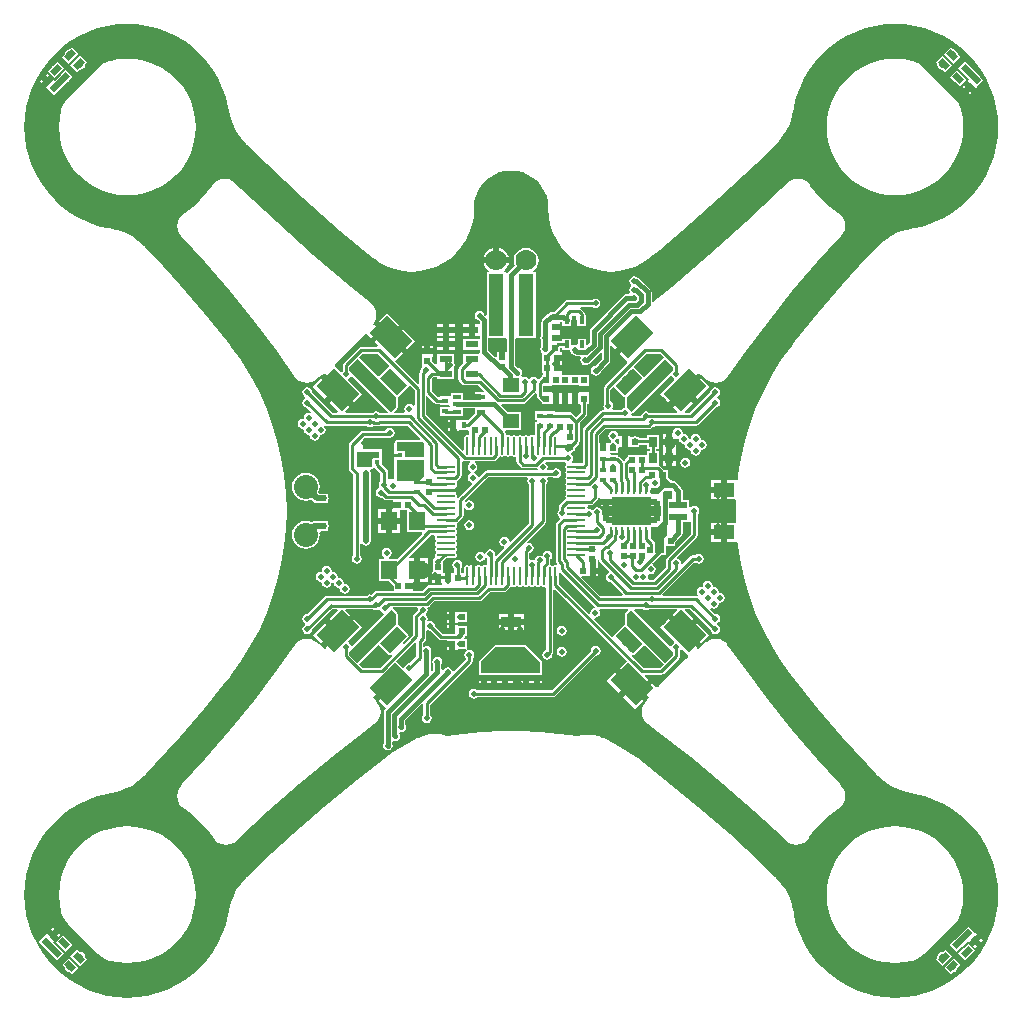
<source format=gbl>
G04 Layer_Physical_Order=4*
G04 Layer_Color=16711680*
%FSAX25Y25*%
%MOIN*%
G70*
G01*
G75*
%ADD10C,0.01500*%
%ADD12R,0.02047X0.01969*%
%ADD13R,0.02362X0.00945*%
G04:AMPARAMS|DCode=28|XSize=19.69mil|YSize=20.47mil|CornerRadius=0mil|HoleSize=0mil|Usage=FLASHONLY|Rotation=45.000|XOffset=0mil|YOffset=0mil|HoleType=Round|Shape=Rectangle|*
%AMROTATEDRECTD28*
4,1,4,0.00028,-0.01420,-0.01420,0.00028,-0.00028,0.01420,0.01420,-0.00028,0.00028,-0.01420,0.0*
%
%ADD28ROTATEDRECTD28*%

G04:AMPARAMS|DCode=29|XSize=19.69mil|YSize=20.47mil|CornerRadius=0mil|HoleSize=0mil|Usage=FLASHONLY|Rotation=315.000|XOffset=0mil|YOffset=0mil|HoleType=Round|Shape=Rectangle|*
%AMROTATEDRECTD29*
4,1,4,-0.01420,-0.00028,0.00028,0.01420,0.01420,0.00028,-0.00028,-0.01420,-0.01420,-0.00028,0.0*
%
%ADD29ROTATEDRECTD29*%

%ADD37R,0.01969X0.02047*%
%ADD38R,0.01772X0.02165*%
%ADD39R,0.02165X0.01772*%
%ADD53C,0.01000*%
%ADD54C,0.02000*%
%ADD55C,0.00900*%
%ADD61C,0.07000*%
%ADD62C,0.08000*%
%ADD63C,0.02000*%
%ADD68R,0.04331X0.02362*%
%ADD69R,0.01575X0.02559*%
%ADD70R,0.01969X0.01969*%
%ADD71R,0.05118X0.20866*%
G04:AMPARAMS|DCode=72|XSize=33.47mil|YSize=19.69mil|CornerRadius=0mil|HoleSize=0mil|Usage=FLASHONLY|Rotation=225.000|XOffset=0mil|YOffset=0mil|HoleType=Round|Shape=Rectangle|*
%AMROTATEDRECTD72*
4,1,4,0.00487,0.01879,0.01879,0.00487,-0.00487,-0.01879,-0.01879,-0.00487,0.00487,0.01879,0.0*
%
%ADD72ROTATEDRECTD72*%

G04:AMPARAMS|DCode=73|XSize=33.47mil|YSize=19.69mil|CornerRadius=0mil|HoleSize=0mil|Usage=FLASHONLY|Rotation=315.000|XOffset=0mil|YOffset=0mil|HoleType=Round|Shape=Rectangle|*
%AMROTATEDRECTD73*
4,1,4,-0.01879,0.00487,-0.00487,0.01879,0.01879,-0.00487,0.00487,-0.01879,-0.01879,0.00487,0.0*
%
%ADD73ROTATEDRECTD73*%

G04:AMPARAMS|DCode=74|XSize=31.5mil|YSize=62.99mil|CornerRadius=0mil|HoleSize=0mil|Usage=FLASHONLY|Rotation=45.000|XOffset=0mil|YOffset=0mil|HoleType=Round|Shape=Rectangle|*
%AMROTATEDRECTD74*
4,1,4,0.01114,-0.03341,-0.03341,0.01114,-0.01114,0.03341,0.03341,-0.01114,0.01114,-0.03341,0.0*
%
%ADD74ROTATEDRECTD74*%

G04:AMPARAMS|DCode=75|XSize=82.68mil|YSize=118.11mil|CornerRadius=0mil|HoleSize=0mil|Usage=FLASHONLY|Rotation=45.000|XOffset=0mil|YOffset=0mil|HoleType=Round|Shape=Rectangle|*
%AMROTATEDRECTD75*
4,1,4,0.01253,-0.07099,-0.07099,0.01253,-0.01253,0.07099,0.07099,-0.01253,0.01253,-0.07099,0.0*
%
%ADD75ROTATEDRECTD75*%

G04:AMPARAMS|DCode=76|XSize=31.5mil|YSize=62.99mil|CornerRadius=0mil|HoleSize=0mil|Usage=FLASHONLY|Rotation=135.000|XOffset=0mil|YOffset=0mil|HoleType=Round|Shape=Rectangle|*
%AMROTATEDRECTD76*
4,1,4,0.03341,0.01114,-0.01114,-0.03341,-0.03341,-0.01114,0.01114,0.03341,0.03341,0.01114,0.0*
%
%ADD76ROTATEDRECTD76*%

G04:AMPARAMS|DCode=77|XSize=82.68mil|YSize=118.11mil|CornerRadius=0mil|HoleSize=0mil|Usage=FLASHONLY|Rotation=135.000|XOffset=0mil|YOffset=0mil|HoleType=Round|Shape=Rectangle|*
%AMROTATEDRECTD77*
4,1,4,0.07099,0.01253,-0.01253,-0.07099,-0.07099,-0.01253,0.01253,0.07099,0.07099,0.01253,0.0*
%
%ADD77ROTATEDRECTD77*%

%ADD78R,0.02756X0.03543*%
%ADD79R,0.00945X0.02362*%
%ADD80R,0.01181X0.01181*%
%ADD81O,0.00984X0.06102*%
%ADD82O,0.06102X0.00984*%
%ADD83R,0.05118X0.02756*%
%ADD84R,0.01772X0.01181*%
%ADD85R,0.03937X0.06299*%
%ADD86R,0.05500X0.06300*%
%ADD87R,0.01772X0.01969*%
%ADD88R,0.07087X0.04724*%
%ADD89R,0.06102X0.02362*%
%ADD90R,0.06693X0.03740*%
%ADD91R,0.05600X0.04800*%
%ADD92R,0.02756X0.01378*%
G36*
X0534317Y0489112D02*
X0537649Y0488618D01*
X0540917Y0487799D01*
X0544088Y0486664D01*
X0547133Y0485224D01*
X0550022Y0483493D01*
X0552728Y0481486D01*
X0555224Y0479224D01*
X0557486Y0476728D01*
X0559492Y0474022D01*
X0561224Y0471133D01*
X0562664Y0468088D01*
X0563799Y0464917D01*
X0564618Y0461649D01*
X0565112Y0458317D01*
X0565277Y0454953D01*
X0565112Y0451588D01*
X0564618Y0448256D01*
X0563799Y0444989D01*
X0562664Y0441817D01*
X0561224Y0438772D01*
X0559492Y0435883D01*
X0557486Y0433178D01*
X0555224Y0430682D01*
X0552728Y0428420D01*
X0550022Y0426413D01*
X0547133Y0424681D01*
X0544088Y0423241D01*
X0540917Y0422106D01*
X0537649Y0421288D01*
X0536543Y0421124D01*
X0536548Y0421090D01*
X0534548Y0420692D01*
X0531967Y0419816D01*
X0529524Y0418611D01*
X0527258Y0417097D01*
X0525285Y0415367D01*
X0525210Y0415301D01*
X0524949Y0415003D01*
X0524619Y0414634D01*
X0521586Y0411504D01*
X0513313Y0402412D01*
X0505330Y0393064D01*
X0497644Y0383471D01*
X0496889Y0382466D01*
X0496576Y0382085D01*
X0496532Y0382031D01*
X0496284Y0381685D01*
X0493086Y0377223D01*
X0489963Y0372199D01*
X0487174Y0366982D01*
X0484733Y0361594D01*
X0482649Y0356058D01*
X0480932Y0350397D01*
X0479589Y0344636D01*
X0478625Y0338799D01*
X0478515Y0337688D01*
X0478343Y0337249D01*
X0478343Y0337249D01*
X0478343Y0337249D01*
X0475000D01*
Y0334087D01*
Y0330924D01*
X0477621D01*
X0477968Y0330565D01*
X0477852Y0327000D01*
X0477968Y0323435D01*
X0477621Y0323076D01*
X0475000D01*
Y0319913D01*
Y0316751D01*
X0478343D01*
X0478343Y0316751D01*
Y0316751D01*
X0478515Y0316317D01*
X0478625Y0315201D01*
X0479589Y0309364D01*
X0480932Y0303603D01*
X0482649Y0297942D01*
X0484733Y0292406D01*
X0487174Y0287018D01*
X0489963Y0281801D01*
X0493086Y0276777D01*
X0496281Y0272319D01*
X0496532Y0271969D01*
X0496576Y0271915D01*
X0496889Y0271534D01*
X0497644Y0270529D01*
X0505330Y0260936D01*
X0513313Y0251588D01*
X0521586Y0242496D01*
X0524619Y0239366D01*
X0524949Y0238997D01*
X0525210Y0238699D01*
X0525285Y0238633D01*
X0527258Y0236903D01*
X0529524Y0235389D01*
X0531967Y0234184D01*
X0534548Y0233308D01*
X0536548Y0232910D01*
X0536543Y0232876D01*
X0537649Y0232712D01*
X0540917Y0231894D01*
X0544088Y0230759D01*
X0547133Y0229319D01*
X0550022Y0227587D01*
X0552728Y0225580D01*
X0555224Y0223318D01*
X0557486Y0220822D01*
X0559492Y0218117D01*
X0561224Y0215228D01*
X0562664Y0212183D01*
X0563799Y0209011D01*
X0564618Y0205744D01*
X0565112Y0202412D01*
X0565277Y0199047D01*
X0565112Y0195683D01*
X0564618Y0192351D01*
X0563799Y0189083D01*
X0562664Y0185912D01*
X0561224Y0182867D01*
X0559492Y0179978D01*
X0557486Y0177272D01*
X0555224Y0174776D01*
X0552728Y0172514D01*
X0550022Y0170508D01*
X0547133Y0168776D01*
X0544088Y0167336D01*
X0540917Y0166201D01*
X0537649Y0165382D01*
X0534317Y0164888D01*
X0530953Y0164723D01*
X0527588Y0164888D01*
X0524256Y0165382D01*
X0520989Y0166201D01*
X0517817Y0167336D01*
X0514772Y0168776D01*
X0511883Y0170508D01*
X0509178Y0172514D01*
X0506682Y0174776D01*
X0504420Y0177272D01*
X0502413Y0179978D01*
X0500681Y0182867D01*
X0499241Y0185912D01*
X0498106Y0189083D01*
X0497288Y0192351D01*
X0497121Y0193473D01*
X0497088Y0193468D01*
X0497088Y0193468D01*
X0496688Y0195478D01*
X0495812Y0198058D01*
X0494607Y0200502D01*
X0493093Y0202767D01*
X0491425Y0204669D01*
X0491297Y0204816D01*
X0491066Y0205018D01*
X0490694Y0205342D01*
X0486241Y0209672D01*
X0475879Y0219197D01*
X0465254Y0228427D01*
X0454374Y0237356D01*
X0447131Y0242968D01*
X0446866Y0243174D01*
X0446856Y0243189D01*
X0446856Y0243189D01*
X0446745Y0243286D01*
X0446109Y0243798D01*
X0441891Y0246726D01*
X0437475Y0249347D01*
X0433858Y0251157D01*
X0433859Y0251158D01*
X0433809Y0251186D01*
X0433778Y0251192D01*
X0433581Y0251274D01*
X0433405Y0251347D01*
X0433404Y0251347D01*
X0432313Y0251799D01*
X0430337Y0252273D01*
X0428311Y0252433D01*
X0426285Y0252273D01*
X0425210Y0252015D01*
X0418981Y0252751D01*
X0412598Y0253252D01*
X0406201Y0253503D01*
X0399799D01*
X0393402Y0253252D01*
X0387019Y0252751D01*
X0381452Y0252093D01*
X0379715Y0252510D01*
X0377689Y0252670D01*
X0375663Y0252510D01*
X0373687Y0252036D01*
X0372215Y0251426D01*
X0371809Y0251258D01*
X0371758Y0251226D01*
X0371769Y0251203D01*
X0368267Y0249331D01*
X0363636Y0246452D01*
X0359242Y0243303D01*
X0359242Y0243303D01*
X0359144Y0243189D01*
X0359144Y0243189D01*
X0359134Y0243174D01*
X0358869Y0242968D01*
X0351626Y0237356D01*
X0340746Y0228427D01*
X0330121Y0219197D01*
X0319759Y0209672D01*
X0315306Y0205342D01*
X0314934Y0205018D01*
X0314703Y0204816D01*
X0314575Y0204669D01*
X0312907Y0202767D01*
X0311393Y0200502D01*
X0310188Y0198058D01*
X0309312Y0195478D01*
X0308912Y0193468D01*
X0308879Y0193473D01*
X0308712Y0192351D01*
X0307894Y0189083D01*
X0306759Y0185912D01*
X0305319Y0182867D01*
X0303587Y0179978D01*
X0301580Y0177272D01*
X0299318Y0174776D01*
X0296822Y0172514D01*
X0294117Y0170508D01*
X0291228Y0168776D01*
X0288183Y0167336D01*
X0285011Y0166201D01*
X0281744Y0165382D01*
X0278412Y0164888D01*
X0275047Y0164723D01*
X0271683Y0164888D01*
X0268351Y0165382D01*
X0265083Y0166201D01*
X0261912Y0167336D01*
X0258867Y0168776D01*
X0255978Y0170508D01*
X0253272Y0172514D01*
X0250776Y0174776D01*
X0248514Y0177272D01*
X0246508Y0179978D01*
X0244776Y0182867D01*
X0243336Y0185912D01*
X0242201Y0189083D01*
X0241382Y0192351D01*
X0240888Y0195683D01*
X0240723Y0199047D01*
X0240888Y0202412D01*
X0241382Y0205744D01*
X0242201Y0209011D01*
X0243336Y0212183D01*
X0244776Y0215228D01*
X0246508Y0218117D01*
X0248514Y0220822D01*
X0250776Y0223318D01*
X0253272Y0225580D01*
X0255978Y0227587D01*
X0258867Y0229319D01*
X0261912Y0230759D01*
X0265083Y0231894D01*
X0268351Y0232712D01*
X0269457Y0232876D01*
X0269452Y0232910D01*
X0271452Y0233308D01*
X0274032Y0234184D01*
X0276476Y0235389D01*
X0278742Y0236903D01*
X0280715Y0238633D01*
X0280790Y0238699D01*
X0281051Y0238997D01*
X0281381Y0239366D01*
X0284414Y0242496D01*
X0292687Y0251588D01*
X0300671Y0260936D01*
X0308356Y0270529D01*
X0309111Y0271534D01*
X0309424Y0271915D01*
X0309468Y0271969D01*
X0309716Y0272315D01*
X0312913Y0276777D01*
X0316037Y0281801D01*
X0318826Y0287018D01*
X0321267Y0292406D01*
X0323351Y0297942D01*
X0325068Y0303603D01*
X0326411Y0309364D01*
X0327375Y0315201D01*
X0327955Y0321088D01*
X0328148Y0327000D01*
X0327955Y0332912D01*
X0327375Y0338799D01*
X0326411Y0344636D01*
X0325068Y0350397D01*
X0323351Y0356058D01*
X0321267Y0361594D01*
X0318826Y0366982D01*
X0316037Y0372199D01*
X0312913Y0377223D01*
X0309719Y0381681D01*
X0309468Y0382031D01*
X0309424Y0382085D01*
X0309111Y0382466D01*
X0308356Y0383471D01*
X0300671Y0393064D01*
X0292687Y0402412D01*
X0284414Y0411504D01*
X0281381Y0414634D01*
X0281051Y0415003D01*
X0280790Y0415301D01*
X0280715Y0415367D01*
X0278742Y0417097D01*
X0276476Y0418611D01*
X0274032Y0419816D01*
X0271452Y0420692D01*
X0269452Y0421090D01*
X0269457Y0421124D01*
X0268351Y0421288D01*
X0265083Y0422106D01*
X0261912Y0423241D01*
X0258867Y0424681D01*
X0255978Y0426413D01*
X0253272Y0428420D01*
X0250776Y0430682D01*
X0248514Y0433178D01*
X0246508Y0435883D01*
X0244776Y0438772D01*
X0243336Y0441817D01*
X0242201Y0444989D01*
X0241382Y0448256D01*
X0240888Y0451588D01*
X0240723Y0454953D01*
X0240888Y0458317D01*
X0241382Y0461649D01*
X0242201Y0464917D01*
X0243336Y0468088D01*
X0244776Y0471133D01*
X0246508Y0474022D01*
X0248514Y0476728D01*
X0250776Y0479224D01*
X0253272Y0481486D01*
X0255978Y0483493D01*
X0258867Y0485224D01*
X0261912Y0486664D01*
X0265083Y0487799D01*
X0268351Y0488618D01*
X0271683Y0489112D01*
X0275047Y0489277D01*
X0278412Y0489112D01*
X0281744Y0488618D01*
X0285011Y0487799D01*
X0288183Y0486664D01*
X0291228Y0485224D01*
X0294117Y0483493D01*
X0296822Y0481486D01*
X0299318Y0479224D01*
X0301580Y0476728D01*
X0303587Y0474022D01*
X0305319Y0471133D01*
X0306759Y0468088D01*
X0307894Y0464917D01*
X0308712Y0461649D01*
X0308881Y0460511D01*
X0308915Y0460517D01*
X0309316Y0458497D01*
X0310192Y0455917D01*
X0311397Y0453474D01*
X0312911Y0451208D01*
X0314522Y0449371D01*
X0314707Y0449160D01*
X0314872Y0449015D01*
X0314881Y0449024D01*
X0314965Y0448967D01*
X0321502Y0442584D01*
X0333609Y0431313D01*
X0345980Y0420332D01*
X0353145Y0414272D01*
X0353431Y0414013D01*
X0353438Y0414003D01*
X0353511Y0413941D01*
X0353511Y0413941D01*
X0356933Y0411184D01*
X0357490Y0410797D01*
X0357494Y0410803D01*
X0359400Y0409529D01*
X0361844Y0408324D01*
X0364424Y0407448D01*
X0367096Y0406916D01*
X0369815Y0406738D01*
X0372534Y0406916D01*
X0375206Y0407448D01*
X0377786Y0408324D01*
X0380230Y0409529D01*
X0382495Y0411042D01*
X0384544Y0412839D01*
X0386340Y0414888D01*
X0387854Y0417153D01*
X0389059Y0419597D01*
X0389935Y0422177D01*
X0390466Y0424849D01*
X0390645Y0427568D01*
X0390621D01*
Y0428088D01*
X0390615Y0428122D01*
X0390763Y0430010D01*
X0391213Y0431885D01*
X0391951Y0433667D01*
X0392959Y0435311D01*
X0394211Y0436777D01*
X0395677Y0438029D01*
X0397321Y0439037D01*
X0399103Y0439775D01*
X0400978Y0440225D01*
X0402866Y0440373D01*
X0402900Y0440367D01*
X0403100D01*
X0403134Y0440373D01*
X0405022Y0440225D01*
X0406897Y0439775D01*
X0408679Y0439037D01*
X0410323Y0438029D01*
X0411789Y0436777D01*
X0413041Y0435311D01*
X0414049Y0433667D01*
X0414786Y0431885D01*
X0415237Y0430010D01*
X0415385Y0428122D01*
X0415378Y0428088D01*
Y0427568D01*
X0415355D01*
X0415534Y0424849D01*
X0416065Y0422177D01*
X0416941Y0419597D01*
X0418146Y0417153D01*
X0419660Y0414888D01*
X0421456Y0412839D01*
X0423505Y0411042D01*
X0425770Y0409529D01*
X0428214Y0408324D01*
X0430794Y0407448D01*
X0433466Y0406916D01*
X0436185Y0406738D01*
X0438904Y0406916D01*
X0441576Y0407448D01*
X0444156Y0408324D01*
X0446600Y0409529D01*
X0448506Y0410803D01*
X0448510Y0410797D01*
X0449067Y0411184D01*
X0452489Y0413941D01*
X0452489Y0413941D01*
X0452562Y0414003D01*
X0452569Y0414013D01*
X0452855Y0414272D01*
X0460020Y0420332D01*
X0472391Y0431313D01*
X0484498Y0442584D01*
X0491035Y0448967D01*
X0491119Y0449024D01*
X0491128Y0449015D01*
X0491293Y0449160D01*
X0491478Y0449371D01*
X0493089Y0451208D01*
X0494603Y0453474D01*
X0495808Y0455917D01*
X0496684Y0458497D01*
X0497085Y0460517D01*
X0497119Y0460511D01*
X0497288Y0461649D01*
X0498106Y0464917D01*
X0499241Y0468088D01*
X0500681Y0471133D01*
X0502413Y0474022D01*
X0504420Y0476728D01*
X0506682Y0479224D01*
X0509178Y0481486D01*
X0511883Y0483493D01*
X0514772Y0485224D01*
X0517817Y0486664D01*
X0520989Y0487799D01*
X0524256Y0488618D01*
X0527588Y0489112D01*
X0530953Y0489277D01*
X0534317Y0489112D01*
D02*
G37*
%LPC*%
G36*
X0382386Y0288824D02*
X0381602D01*
Y0288000D01*
X0382386D01*
Y0288824D01*
D02*
G37*
G36*
X0457934Y0343500D02*
X0456756D01*
Y0341928D01*
X0457934D01*
Y0343500D01*
D02*
G37*
G36*
X0252110Y0186196D02*
X0251556Y0185641D01*
X0252138Y0185059D01*
X0252693Y0185614D01*
X0252110Y0186196D01*
D02*
G37*
G36*
X0431231Y0281935D02*
X0430607Y0281811D01*
X0430078Y0281458D01*
X0429724Y0280928D01*
X0429600Y0280304D01*
X0429608Y0280266D01*
X0416463Y0267122D01*
X0391675D01*
X0391653Y0267154D01*
X0391124Y0267507D01*
X0390500Y0267631D01*
X0389876Y0267507D01*
X0389347Y0267154D01*
X0388993Y0266624D01*
X0388869Y0266000D01*
X0388993Y0265376D01*
X0389347Y0264846D01*
X0389876Y0264493D01*
X0390500Y0264369D01*
X0391124Y0264493D01*
X0391653Y0264846D01*
X0391675Y0264879D01*
X0416927D01*
X0416927Y0264878D01*
X0417357Y0264964D01*
X0417721Y0265207D01*
X0431194Y0278680D01*
X0431231Y0278673D01*
X0431856Y0278797D01*
X0432385Y0279151D01*
X0432739Y0279680D01*
X0432863Y0280304D01*
X0432739Y0280928D01*
X0432385Y0281458D01*
X0431856Y0281811D01*
X0431231Y0281935D01*
D02*
G37*
G36*
X0443161Y0267747D02*
X0440379Y0264965D01*
X0444414Y0260931D01*
X0447196Y0263713D01*
X0443161Y0267747D01*
D02*
G37*
G36*
X0473000Y0337249D02*
X0469657D01*
Y0335087D01*
X0473000D01*
Y0337249D01*
D02*
G37*
G36*
X0559638Y0184441D02*
X0559056Y0183859D01*
X0559610Y0183304D01*
X0560192Y0183886D01*
X0559638Y0184441D01*
D02*
G37*
G36*
X0454756Y0343500D02*
X0453578D01*
Y0341928D01*
X0454756D01*
Y0343500D01*
D02*
G37*
G36*
X0461000Y0344631D02*
X0460376Y0344507D01*
X0459846Y0344153D01*
X0459493Y0343624D01*
X0459369Y0343000D01*
X0459493Y0342376D01*
X0459846Y0341846D01*
X0460376Y0341493D01*
X0461000Y0341369D01*
X0461624Y0341493D01*
X0462153Y0341846D01*
X0462507Y0342376D01*
X0462631Y0343000D01*
X0462507Y0343624D01*
X0462153Y0344153D01*
X0461624Y0344507D01*
X0461000Y0344631D01*
D02*
G37*
G36*
X0458500Y0354631D02*
X0457876Y0354507D01*
X0457346Y0354153D01*
X0456993Y0353624D01*
X0456869Y0353000D01*
X0456877Y0352958D01*
X0456756Y0352811D01*
Y0351000D01*
X0457934D01*
Y0351087D01*
X0458320Y0351404D01*
X0458500Y0351369D01*
X0458519Y0351372D01*
X0458788Y0351103D01*
X0458882Y0350935D01*
X0458993Y0350376D01*
X0459346Y0349847D01*
X0459876Y0349493D01*
X0460435Y0349382D01*
X0460603Y0349288D01*
X0460788Y0349103D01*
X0460882Y0348935D01*
X0460993Y0348376D01*
X0461346Y0347847D01*
X0461876Y0347493D01*
X0462435Y0347382D01*
X0462603Y0347288D01*
X0462788Y0347103D01*
X0462882Y0346935D01*
X0462993Y0346376D01*
X0463346Y0345847D01*
X0463876Y0345493D01*
X0464500Y0345369D01*
X0465124Y0345493D01*
X0465654Y0345847D01*
X0466007Y0346376D01*
X0466118Y0346935D01*
X0466212Y0347103D01*
X0466397Y0347288D01*
X0466565Y0347382D01*
X0467124Y0347493D01*
X0467654Y0347847D01*
X0468007Y0348376D01*
X0468131Y0349000D01*
X0468007Y0349624D01*
X0467654Y0350153D01*
X0467124Y0350507D01*
X0466565Y0350618D01*
X0466397Y0350712D01*
X0466212Y0350897D01*
X0466118Y0351065D01*
X0466007Y0351624D01*
X0465654Y0352153D01*
X0465124Y0352507D01*
X0464500Y0352631D01*
X0463876Y0352507D01*
X0463346Y0352153D01*
X0462993Y0351624D01*
X0462894Y0351130D01*
X0462500Y0350911D01*
X0462106Y0351130D01*
X0462007Y0351624D01*
X0461654Y0352153D01*
X0461124Y0352507D01*
X0460565Y0352618D01*
X0460397Y0352712D01*
X0460212Y0352897D01*
X0460118Y0353065D01*
X0460007Y0353624D01*
X0459654Y0354153D01*
X0459124Y0354507D01*
X0458500Y0354631D01*
D02*
G37*
G36*
X0382386Y0290500D02*
X0381602D01*
Y0289676D01*
X0382386D01*
Y0290500D01*
D02*
G37*
G36*
X0250114Y0188192D02*
X0249559Y0187638D01*
X0250141Y0187056D01*
X0250696Y0187610D01*
X0250114Y0188192D01*
D02*
G37*
G36*
X0341500Y0308631D02*
X0340876Y0308507D01*
X0340347Y0308154D01*
X0339993Y0307624D01*
X0339882Y0307065D01*
X0339788Y0306897D01*
X0339603Y0306712D01*
X0339435Y0306618D01*
X0338876Y0306507D01*
X0338347Y0306153D01*
X0337993Y0305624D01*
X0337869Y0305000D01*
X0337993Y0304376D01*
X0338347Y0303847D01*
X0338876Y0303493D01*
X0339435Y0303382D01*
X0339603Y0303288D01*
X0339788Y0303103D01*
X0339882Y0302935D01*
X0339993Y0302376D01*
X0340347Y0301847D01*
X0340876Y0301493D01*
X0341500Y0301369D01*
X0342124Y0301493D01*
X0342653Y0301847D01*
X0343007Y0302376D01*
X0343106Y0302870D01*
X0343500Y0303089D01*
X0343895Y0302870D01*
X0343993Y0302376D01*
X0344346Y0301847D01*
X0344876Y0301493D01*
X0345435Y0301382D01*
X0345603Y0301288D01*
X0345788Y0301103D01*
X0345882Y0300935D01*
X0345993Y0300376D01*
X0346346Y0299847D01*
X0346876Y0299493D01*
X0347500Y0299369D01*
X0348124Y0299493D01*
X0348654Y0299847D01*
X0349007Y0300376D01*
X0349131Y0301000D01*
X0349007Y0301624D01*
X0348654Y0302153D01*
X0348124Y0302507D01*
X0347565Y0302618D01*
X0347397Y0302712D01*
X0347212Y0302897D01*
X0347118Y0303065D01*
X0347007Y0303624D01*
X0346654Y0304153D01*
X0346124Y0304507D01*
X0345565Y0304618D01*
X0345397Y0304712D01*
X0345212Y0304897D01*
X0345118Y0305065D01*
X0345007Y0305624D01*
X0344654Y0306153D01*
X0344124Y0306507D01*
X0343565Y0306618D01*
X0343397Y0306712D01*
X0343212Y0306897D01*
X0343118Y0307065D01*
X0343007Y0307624D01*
X0342653Y0308154D01*
X0342124Y0308507D01*
X0341500Y0308631D01*
D02*
G37*
G36*
X0550443Y0177900D02*
X0547228Y0174685D01*
X0549469Y0172444D01*
X0550198Y0173173D01*
X0550258Y0173161D01*
X0550883Y0173285D01*
X0551412Y0173639D01*
X0551765Y0174168D01*
X0551890Y0174793D01*
X0551878Y0174853D01*
X0552684Y0175659D01*
X0550443Y0177900D01*
D02*
G37*
G36*
X0385170Y0293324D02*
X0384386D01*
Y0291587D01*
X0384368Y0291500D01*
X0384386Y0291413D01*
Y0289676D01*
X0385170D01*
Y0289876D01*
X0385961D01*
X0386000Y0289869D01*
X0386039Y0289876D01*
X0388198D01*
Y0293124D01*
X0386039D01*
X0386000Y0293131D01*
X0385961Y0293124D01*
X0385170D01*
Y0293324D01*
D02*
G37*
G36*
X0454756Y0352572D02*
X0453578D01*
Y0351000D01*
X0454756D01*
Y0352572D01*
D02*
G37*
G36*
X0457934Y0349000D02*
X0455756D01*
X0453578D01*
Y0347572D01*
X0453578Y0347428D01*
Y0347072D01*
X0453578Y0346928D01*
Y0345500D01*
X0455756D01*
X0457934D01*
Y0346928D01*
X0457934Y0347072D01*
Y0347428D01*
X0457934Y0347572D01*
Y0349000D01*
D02*
G37*
G36*
X0275047Y0221850D02*
X0272071Y0221655D01*
X0269146Y0221073D01*
X0266321Y0220114D01*
X0263646Y0218795D01*
X0261166Y0217138D01*
X0258924Y0215171D01*
X0256957Y0212928D01*
X0255300Y0210448D01*
X0253981Y0207773D01*
X0253022Y0204949D01*
X0252440Y0202024D01*
X0252245Y0199047D01*
X0252440Y0196071D01*
X0252944Y0193537D01*
X0252944D01*
X0252944Y0193537D01*
X0253099Y0193078D01*
X0253346Y0192263D01*
X0254179Y0190705D01*
X0255301Y0189338D01*
X0255316Y0189354D01*
X0265000Y0179670D01*
X0265338Y0179301D01*
X0265338Y0179301D01*
X0266705Y0178179D01*
X0268264Y0177346D01*
X0269077Y0177099D01*
X0269537Y0176944D01*
X0269537Y0176944D01*
Y0176944D01*
X0272071Y0176440D01*
X0275047Y0176245D01*
X0278024Y0176440D01*
X0280949Y0177022D01*
X0283773Y0177981D01*
X0286448Y0179300D01*
X0288928Y0180957D01*
X0291171Y0182923D01*
X0293138Y0185166D01*
X0294795Y0187646D01*
X0296114Y0190321D01*
X0297073Y0193146D01*
X0297655Y0196071D01*
X0297850Y0199047D01*
X0297655Y0202024D01*
X0297073Y0204949D01*
X0296114Y0207773D01*
X0294795Y0210448D01*
X0293138Y0212928D01*
X0291171Y0215171D01*
X0288928Y0217138D01*
X0286448Y0218795D01*
X0283773Y0220114D01*
X0280949Y0221073D01*
X0278024Y0221655D01*
X0275047Y0221850D01*
D02*
G37*
G36*
X0419886Y0281631D02*
X0419262Y0281507D01*
X0418732Y0281153D01*
X0418379Y0280624D01*
X0418255Y0280000D01*
X0418379Y0279376D01*
X0418732Y0278847D01*
X0419262Y0278493D01*
X0419886Y0278369D01*
X0420510Y0278493D01*
X0421039Y0278847D01*
X0421393Y0279376D01*
X0421517Y0280000D01*
X0421393Y0280624D01*
X0421039Y0281153D01*
X0420510Y0281507D01*
X0419886Y0281631D01*
D02*
G37*
G36*
X0258341Y0180684D02*
X0256100Y0178443D01*
X0259315Y0175228D01*
X0261556Y0177469D01*
X0260944Y0178080D01*
X0260991Y0178314D01*
X0260866Y0178938D01*
X0260513Y0179467D01*
X0259983Y0179821D01*
X0259359Y0179945D01*
X0259126Y0179899D01*
X0258341Y0180684D01*
D02*
G37*
G36*
X0557641Y0182444D02*
X0557059Y0181862D01*
X0557614Y0181307D01*
X0558196Y0181890D01*
X0557641Y0182444D01*
D02*
G37*
G36*
X0365800Y0322650D02*
X0363250D01*
Y0319700D01*
X0365800D01*
Y0322650D01*
D02*
G37*
G36*
X0473000Y0323076D02*
X0469657D01*
Y0320913D01*
X0473000D01*
Y0323076D01*
D02*
G37*
G36*
X0253469Y0185556D02*
X0251228Y0183315D01*
X0252668Y0181875D01*
X0252802Y0181674D01*
X0253003Y0181540D01*
X0254443Y0180100D01*
X0256684Y0182341D01*
X0255244Y0183781D01*
X0255110Y0183981D01*
X0254909Y0184116D01*
X0253469Y0185556D01*
D02*
G37*
G36*
X0361250Y0327600D02*
X0358700D01*
Y0324650D01*
X0361250D01*
Y0327600D01*
D02*
G37*
G36*
X0402000Y0289012D02*
X0398853D01*
Y0287342D01*
X0402000D01*
Y0289012D01*
D02*
G37*
G36*
X0555386Y0188410D02*
X0554408Y0187431D01*
X0554204Y0187295D01*
X0550890Y0183981D01*
X0550756Y0183781D01*
X0549316Y0182341D01*
X0551557Y0180100D01*
X0552997Y0181540D01*
X0553197Y0181674D01*
X0555222Y0183699D01*
X0555645Y0183276D01*
X0556934Y0184566D01*
X0558224Y0185855D01*
X0557669Y0186410D01*
X0557528Y0186268D01*
X0556534Y0187262D01*
X0556512Y0187295D01*
X0556479Y0187317D01*
X0555386Y0188410D01*
D02*
G37*
G36*
X0334500Y0323640D02*
X0333299Y0323482D01*
X0332180Y0323018D01*
X0331219Y0322281D01*
X0330482Y0321320D01*
X0330018Y0320201D01*
X0329860Y0319000D01*
X0330018Y0317799D01*
X0330482Y0316680D01*
X0331219Y0315719D01*
X0332180Y0314982D01*
X0333299Y0314518D01*
X0334500Y0314360D01*
X0335701Y0314518D01*
X0336820Y0314982D01*
X0337781Y0315719D01*
X0338518Y0316680D01*
X0338982Y0317799D01*
X0339140Y0319000D01*
X0339042Y0319743D01*
X0339480Y0320243D01*
X0340500D01*
X0340737Y0320290D01*
X0341986D01*
Y0321218D01*
X0342007Y0321250D01*
X0342131Y0321874D01*
X0342007Y0322498D01*
X0341986Y0322530D01*
Y0323458D01*
X0340737D01*
X0340500Y0323505D01*
X0337374D01*
X0336750Y0323381D01*
X0336441Y0323175D01*
X0335701Y0323482D01*
X0334500Y0323640D01*
D02*
G37*
G36*
X0361250Y0322650D02*
X0358700D01*
Y0319700D01*
X0361250D01*
Y0322650D01*
D02*
G37*
G36*
X0473000Y0318913D02*
X0469657D01*
Y0316751D01*
X0473000D01*
Y0318913D01*
D02*
G37*
G36*
X0473000Y0333087D02*
X0469657D01*
Y0330924D01*
X0473000D01*
Y0333087D01*
D02*
G37*
G36*
X0334500Y0339640D02*
X0333299Y0339482D01*
X0332180Y0339018D01*
X0331219Y0338281D01*
X0330482Y0337320D01*
X0330018Y0336201D01*
X0329860Y0335000D01*
X0330018Y0333799D01*
X0330482Y0332680D01*
X0331219Y0331719D01*
X0332180Y0330982D01*
X0333299Y0330518D01*
X0334500Y0330360D01*
X0335701Y0330518D01*
X0336389Y0330804D01*
X0337221Y0329972D01*
X0337750Y0329619D01*
X0338374Y0329495D01*
X0340500D01*
X0340737Y0329542D01*
X0341986D01*
Y0330470D01*
X0342007Y0330502D01*
X0342131Y0331126D01*
X0342007Y0331750D01*
X0341986Y0331782D01*
Y0332710D01*
X0340737D01*
X0340500Y0332757D01*
X0339050D01*
X0338696Y0333111D01*
X0338982Y0333799D01*
X0339140Y0335000D01*
X0338982Y0336201D01*
X0338518Y0337320D01*
X0337781Y0338281D01*
X0336820Y0339018D01*
X0335701Y0339482D01*
X0334500Y0339640D01*
D02*
G37*
G36*
X0340965Y0289620D02*
X0336931Y0285586D01*
X0339713Y0282804D01*
X0343747Y0286839D01*
X0340965Y0289620D01*
D02*
G37*
G36*
X0407146Y0289012D02*
X0404000D01*
Y0287342D01*
X0407146D01*
Y0289012D01*
D02*
G37*
G36*
X0465035Y0289620D02*
X0462253Y0286839D01*
X0466287Y0282804D01*
X0469069Y0285586D01*
X0465035Y0289620D01*
D02*
G37*
G36*
X0419886Y0288631D02*
X0419262Y0288507D01*
X0418732Y0288154D01*
X0418379Y0287624D01*
X0418255Y0287000D01*
X0418379Y0286376D01*
X0418732Y0285846D01*
X0419262Y0285493D01*
X0419886Y0285369D01*
X0420510Y0285493D01*
X0421039Y0285846D01*
X0421393Y0286376D01*
X0421517Y0287000D01*
X0421393Y0287624D01*
X0421039Y0288154D01*
X0420510Y0288507D01*
X0419886Y0288631D01*
D02*
G37*
G36*
X0547659Y0180684D02*
X0546874Y0179899D01*
X0546641Y0179945D01*
X0546017Y0179821D01*
X0545487Y0179467D01*
X0545134Y0178938D01*
X0545010Y0178314D01*
X0545056Y0178080D01*
X0544445Y0177469D01*
X0546685Y0175228D01*
X0549900Y0178443D01*
X0547659Y0180684D01*
D02*
G37*
G36*
X0555315Y0182772D02*
X0553875Y0181332D01*
X0553674Y0181198D01*
X0553540Y0180997D01*
X0552100Y0179557D01*
X0554341Y0177316D01*
X0555781Y0178756D01*
X0555981Y0178890D01*
X0556115Y0179091D01*
X0557555Y0180531D01*
X0555315Y0182772D01*
D02*
G37*
G36*
X0530953Y0221850D02*
X0527977Y0221655D01*
X0525051Y0221073D01*
X0522227Y0220114D01*
X0519552Y0218795D01*
X0517072Y0217138D01*
X0514829Y0215171D01*
X0512862Y0212928D01*
X0511205Y0210448D01*
X0509886Y0207773D01*
X0508927Y0204949D01*
X0508346Y0202024D01*
X0508150Y0199047D01*
X0508346Y0196071D01*
X0508927Y0193146D01*
X0509886Y0190321D01*
X0511205Y0187646D01*
X0512862Y0185166D01*
X0514829Y0182923D01*
X0517072Y0180957D01*
X0519552Y0179300D01*
X0522227Y0177981D01*
X0525051Y0177022D01*
X0527977Y0176440D01*
X0530953Y0176245D01*
X0533929Y0176440D01*
X0536463Y0176944D01*
Y0176944D01*
X0536463Y0176944D01*
X0536923Y0177099D01*
X0537737Y0177346D01*
X0539295Y0178179D01*
X0540662Y0179301D01*
X0540647Y0179316D01*
X0550330Y0189000D01*
X0550699Y0189338D01*
X0550699Y0189338D01*
X0551821Y0190705D01*
X0552654Y0192263D01*
X0552901Y0193078D01*
X0553056Y0193537D01*
X0553056Y0193537D01*
X0553056D01*
X0553560Y0196071D01*
X0553755Y0199047D01*
X0553560Y0202024D01*
X0552978Y0204949D01*
X0552019Y0207773D01*
X0550700Y0210448D01*
X0549043Y0212928D01*
X0547077Y0215171D01*
X0544834Y0217138D01*
X0542354Y0218795D01*
X0539679Y0220114D01*
X0536854Y0221073D01*
X0533929Y0221655D01*
X0530953Y0221850D01*
D02*
G37*
G36*
X0248145Y0186224D02*
X0247590Y0185669D01*
X0247732Y0185528D01*
X0246738Y0184534D01*
X0246705Y0184512D01*
X0246683Y0184479D01*
X0245590Y0183386D01*
X0246569Y0182408D01*
X0246705Y0182204D01*
X0250019Y0178890D01*
X0250219Y0178756D01*
X0251659Y0177316D01*
X0253900Y0179557D01*
X0252460Y0180997D01*
X0252326Y0181198D01*
X0250301Y0183222D01*
X0250724Y0183645D01*
X0249434Y0184934D01*
X0248145Y0186224D01*
D02*
G37*
G36*
X0255557Y0177900D02*
X0253316Y0175659D01*
X0254122Y0174853D01*
X0254110Y0174793D01*
X0254235Y0174168D01*
X0254588Y0173639D01*
X0255117Y0173285D01*
X0255742Y0173161D01*
X0255802Y0173173D01*
X0256531Y0172444D01*
X0258772Y0174685D01*
X0255557Y0177900D01*
D02*
G37*
G36*
X0530953Y0477755D02*
X0527977Y0477560D01*
X0525051Y0476978D01*
X0522227Y0476019D01*
X0519552Y0474700D01*
X0517072Y0473043D01*
X0514829Y0471076D01*
X0512862Y0468834D01*
X0511205Y0466354D01*
X0509886Y0463679D01*
X0508927Y0460854D01*
X0508346Y0457929D01*
X0508150Y0454953D01*
X0508346Y0451976D01*
X0508927Y0449051D01*
X0509886Y0446227D01*
X0511205Y0443552D01*
X0512862Y0441072D01*
X0514829Y0438829D01*
X0517072Y0436862D01*
X0519552Y0435205D01*
X0522227Y0433886D01*
X0525051Y0432927D01*
X0527977Y0432345D01*
X0530953Y0432150D01*
X0533929Y0432345D01*
X0536854Y0432927D01*
X0539679Y0433886D01*
X0542354Y0435205D01*
X0544834Y0436862D01*
X0547077Y0438829D01*
X0549043Y0441072D01*
X0550700Y0443552D01*
X0552019Y0446227D01*
X0552978Y0449051D01*
X0553560Y0451976D01*
X0553755Y0454953D01*
X0553560Y0457929D01*
X0553056Y0460463D01*
X0553056D01*
X0553056Y0460463D01*
X0552901Y0460922D01*
X0552654Y0461736D01*
X0551821Y0463296D01*
X0550699Y0464662D01*
X0550699Y0464662D01*
X0550330Y0465000D01*
X0540647Y0474684D01*
X0540662Y0474699D01*
X0539295Y0475821D01*
X0537737Y0476654D01*
X0536923Y0476901D01*
X0536463Y0477056D01*
X0536463Y0477056D01*
Y0477056D01*
X0533929Y0477560D01*
X0530953Y0477755D01*
D02*
G37*
G36*
X0399000Y0414706D02*
Y0411500D01*
X0402206D01*
X0402189Y0411622D01*
X0401756Y0412669D01*
X0401067Y0413567D01*
X0400169Y0414256D01*
X0399123Y0414689D01*
X0399000Y0414706D01*
D02*
G37*
G36*
X0555859Y0466944D02*
X0555304Y0466390D01*
X0555886Y0465807D01*
X0556441Y0466362D01*
X0555859Y0466944D01*
D02*
G37*
G36*
X0553862Y0468941D02*
X0553307Y0468386D01*
X0553890Y0467804D01*
X0554444Y0468359D01*
X0553862Y0468941D01*
D02*
G37*
G36*
X0554341Y0476684D02*
X0552100Y0474443D01*
X0553540Y0473003D01*
X0553674Y0472802D01*
X0555699Y0470778D01*
X0555276Y0470355D01*
X0556566Y0469066D01*
X0557855Y0467776D01*
X0558410Y0468331D01*
X0558268Y0468472D01*
X0559262Y0469466D01*
X0559295Y0469488D01*
X0559317Y0469521D01*
X0560410Y0470614D01*
X0559431Y0471592D01*
X0559295Y0471796D01*
X0555981Y0475110D01*
X0555781Y0475244D01*
X0554341Y0476684D01*
D02*
G37*
G36*
X0384135Y0389363D02*
X0382169D01*
Y0388382D01*
X0384135D01*
Y0389363D01*
D02*
G37*
G36*
X0380169D02*
X0378204D01*
Y0388382D01*
X0380169D01*
Y0389363D01*
D02*
G37*
G36*
X0388831D02*
X0386865D01*
Y0388382D01*
X0388831D01*
Y0389363D01*
D02*
G37*
G36*
X0397000Y0414706D02*
X0396878Y0414689D01*
X0395831Y0414256D01*
X0394933Y0413567D01*
X0394244Y0412669D01*
X0393811Y0411622D01*
X0393794Y0411500D01*
X0397000D01*
Y0414706D01*
D02*
G37*
G36*
X0498541Y0437637D02*
X0497210Y0437462D01*
X0495969Y0436948D01*
X0494983Y0436191D01*
X0494985Y0436189D01*
X0493067Y0434314D01*
X0481127Y0423174D01*
X0468933Y0412314D01*
X0456492Y0401737D01*
X0450278Y0396697D01*
X0449826Y0396913D01*
Y0399775D01*
X0449722Y0400302D01*
X0449423Y0400748D01*
X0449423Y0400748D01*
X0445705Y0404466D01*
X0445259Y0404765D01*
X0444857Y0404845D01*
X0444624Y0405000D01*
X0444000Y0405125D01*
X0443376Y0405000D01*
X0442846Y0404647D01*
X0442493Y0404117D01*
X0442369Y0403493D01*
X0442493Y0402869D01*
X0442789Y0402426D01*
X0442829Y0402101D01*
X0442789Y0401777D01*
X0442493Y0401334D01*
X0442369Y0400710D01*
X0442493Y0400085D01*
X0442678Y0399808D01*
X0442411Y0399308D01*
X0441432D01*
X0440905Y0399203D01*
X0440458Y0398905D01*
X0440458Y0398905D01*
X0429527Y0387973D01*
X0429228Y0387527D01*
X0429123Y0387000D01*
Y0382999D01*
X0428408Y0382284D01*
X0427947Y0382476D01*
Y0384344D01*
X0425172D01*
Y0382571D01*
X0424672Y0382297D01*
X0424160Y0382398D01*
X0423536Y0382274D01*
X0423328Y0382135D01*
X0422828Y0382403D01*
Y0384344D01*
X0420053D01*
Y0383586D01*
X0419324D01*
Y0383614D01*
X0417500D01*
Y0385614D01*
X0419324D01*
Y0386398D01*
X0419324D01*
Y0386602D01*
X0419324D01*
Y0387386D01*
X0417500D01*
Y0389386D01*
X0419324D01*
Y0389831D01*
X0419824Y0390054D01*
X0420053Y0389846D01*
Y0388656D01*
X0422413D01*
Y0388456D01*
X0423000D01*
Y0390535D01*
X0425000D01*
Y0388456D01*
X0425587D01*
Y0388656D01*
X0427947D01*
Y0392415D01*
X0427681D01*
Y0392441D01*
X0427595Y0392870D01*
X0427352Y0393234D01*
X0427352Y0393234D01*
X0426293Y0394293D01*
X0425954Y0394520D01*
X0425947Y0394557D01*
X0426138Y0395020D01*
X0429966D01*
X0429988Y0394988D01*
X0430517Y0394634D01*
X0431141Y0394510D01*
X0431766Y0394634D01*
X0432295Y0394988D01*
X0432649Y0395517D01*
X0432773Y0396141D01*
X0432649Y0396766D01*
X0432295Y0397295D01*
X0431766Y0397649D01*
X0431141Y0397773D01*
X0430517Y0397649D01*
X0429988Y0397295D01*
X0429966Y0397263D01*
X0421692D01*
X0421692Y0397263D01*
X0421263Y0397178D01*
X0420899Y0396935D01*
X0420899Y0396934D01*
X0417163Y0393198D01*
X0415876D01*
Y0392943D01*
X0415587Y0392886D01*
X0415141Y0392587D01*
X0413413Y0390859D01*
X0413114Y0390413D01*
X0413009Y0389886D01*
Y0385320D01*
X0412879Y0385124D01*
X0412754Y0384500D01*
X0412879Y0383876D01*
X0413009Y0383680D01*
Y0381820D01*
X0412879Y0381624D01*
X0412754Y0381000D01*
X0412879Y0380376D01*
X0413102Y0380041D01*
X0413302Y0379624D01*
Y0376376D01*
X0413302D01*
Y0376124D01*
X0413302D01*
Y0372876D01*
X0413764D01*
Y0372234D01*
X0413117D01*
Y0371595D01*
X0412889Y0371443D01*
X0412889Y0371443D01*
X0412393Y0370947D01*
X0411749Y0371010D01*
X0411654Y0371153D01*
X0411124Y0371507D01*
X0410500Y0371631D01*
X0409876Y0371507D01*
X0409346Y0371153D01*
X0409250Y0371009D01*
X0408750D01*
X0408653Y0371153D01*
X0408124Y0371507D01*
X0407500Y0371631D01*
X0406900Y0371512D01*
X0406812Y0371507D01*
X0406700Y0371577D01*
X0406470Y0371828D01*
X0406380Y0372186D01*
X0406507Y0372376D01*
X0406631Y0373000D01*
X0406507Y0373624D01*
X0406153Y0374153D01*
X0405624Y0374507D01*
X0405394Y0374553D01*
X0404377Y0375570D01*
Y0384381D01*
X0404841Y0384467D01*
Y0384467D01*
X0411159D01*
Y0406533D01*
X0410387D01*
X0410217Y0407033D01*
X0410924Y0407576D01*
X0411581Y0408432D01*
X0411995Y0409430D01*
X0412135Y0410500D01*
X0411995Y0411570D01*
X0411581Y0412568D01*
X0410924Y0413424D01*
X0410068Y0414081D01*
X0409070Y0414495D01*
X0408000Y0414635D01*
X0406930Y0414495D01*
X0405932Y0414081D01*
X0405076Y0413424D01*
X0404419Y0412568D01*
X0404005Y0411570D01*
X0403865Y0410500D01*
X0404005Y0409430D01*
X0404292Y0408739D01*
X0402027Y0406473D01*
X0401728Y0406027D01*
X0401659Y0405679D01*
X0401159Y0405728D01*
Y0406533D01*
X0400715D01*
X0400545Y0407033D01*
X0401067Y0407433D01*
X0401756Y0408331D01*
X0402189Y0409377D01*
X0402206Y0409500D01*
X0393794D01*
X0393811Y0409377D01*
X0394244Y0408331D01*
X0394933Y0407433D01*
X0395455Y0407033D01*
X0395285Y0406533D01*
X0394841D01*
Y0392290D01*
X0394405Y0392104D01*
X0394053Y0392395D01*
X0394007Y0392624D01*
X0393653Y0393154D01*
X0393124Y0393507D01*
X0392500Y0393631D01*
X0391876Y0393507D01*
X0391347Y0393154D01*
X0390993Y0392624D01*
X0390869Y0392000D01*
X0390993Y0391376D01*
X0391347Y0390846D01*
X0391876Y0390493D01*
X0392107Y0390447D01*
X0392623Y0389930D01*
Y0389363D01*
X0390831D01*
Y0387382D01*
Y0385401D01*
X0392623D01*
Y0384730D01*
X0392596Y0384242D01*
X0392124Y0384242D01*
X0387065D01*
Y0380679D01*
X0392596Y0380679D01*
X0392623Y0380191D01*
Y0380000D01*
X0392665Y0379792D01*
X0392275Y0379321D01*
X0387065D01*
Y0376360D01*
X0385707Y0375002D01*
X0385464Y0374638D01*
X0385378Y0374209D01*
X0385379Y0374209D01*
Y0371000D01*
X0385378Y0371000D01*
X0385464Y0370571D01*
X0385707Y0370207D01*
X0386707Y0369207D01*
X0386707Y0369207D01*
X0387071Y0368964D01*
X0387500Y0368879D01*
X0392035D01*
X0393904Y0367010D01*
X0393713Y0366548D01*
X0390858D01*
Y0366059D01*
X0393035D01*
Y0364059D01*
X0390858D01*
Y0363877D01*
X0386943D01*
Y0366348D01*
X0382987D01*
Y0365632D01*
X0382683Y0365258D01*
X0379317D01*
Y0364893D01*
X0378693D01*
X0376521Y0367065D01*
Y0370905D01*
X0377095Y0371479D01*
X0378404D01*
Y0370837D01*
X0383935D01*
Y0374399D01*
X0383935D01*
X0383825Y0374604D01*
X0384007Y0374876D01*
X0384131Y0375500D01*
X0384007Y0376124D01*
X0383935Y0376233D01*
Y0379321D01*
X0378404D01*
Y0376233D01*
X0377916Y0375746D01*
X0377725Y0375747D01*
X0376624Y0376848D01*
Y0378330D01*
X0376824D01*
Y0379114D01*
X0375000D01*
Y0380114D01*
D01*
Y0379114D01*
X0373176D01*
Y0378330D01*
X0373376D01*
Y0375302D01*
X0373169Y0374888D01*
X0372993Y0374624D01*
X0372869Y0374000D01*
X0372876Y0373962D01*
X0372707Y0373793D01*
X0372464Y0373429D01*
X0372378Y0373000D01*
X0372378Y0373000D01*
Y0369361D01*
X0371917Y0369170D01*
X0364285Y0376801D01*
X0366873Y0379390D01*
X0362132Y0384132D01*
X0357390Y0388873D01*
X0357320Y0388804D01*
X0356930Y0389115D01*
X0356921Y0389122D01*
X0356946Y0389160D01*
X0357398Y0389749D01*
X0357912Y0390989D01*
X0358087Y0392321D01*
X0357912Y0393652D01*
X0357398Y0394893D01*
X0356580Y0395958D01*
X0356551Y0395981D01*
X0356185Y0396322D01*
X0356185Y0396322D01*
X0356185Y0396322D01*
X0349508Y0401737D01*
X0337067Y0412314D01*
X0324873Y0423174D01*
X0312933Y0434314D01*
X0311015Y0436189D01*
X0311017Y0436191D01*
X0310031Y0436948D01*
X0308790Y0437462D01*
X0307459Y0437637D01*
X0306128Y0437462D01*
X0304887Y0436948D01*
X0303822Y0436130D01*
X0303554Y0435782D01*
X0303241Y0435416D01*
X0303241Y0435416D01*
X0303241Y0435416D01*
X0301580Y0433178D01*
X0299318Y0430682D01*
X0296822Y0428420D01*
X0294117Y0426413D01*
X0293987Y0426335D01*
X0293989Y0426333D01*
X0293839Y0426217D01*
X0293810Y0426198D01*
X0293806Y0426192D01*
X0293174Y0425707D01*
X0292356Y0424642D01*
X0291842Y0423401D01*
X0291667Y0422070D01*
X0291842Y0420738D01*
X0292356Y0419497D01*
X0293069Y0418569D01*
X0293069Y0418569D01*
X0293414Y0418208D01*
X0301066Y0409799D01*
X0309277Y0400184D01*
X0317182Y0390317D01*
X0324774Y0380206D01*
X0330591Y0371929D01*
X0330591Y0371929D01*
X0330591Y0371929D01*
X0330904Y0371563D01*
X0331180Y0371203D01*
X0332246Y0370386D01*
X0333486Y0369872D01*
X0334818Y0369696D01*
X0336149Y0369872D01*
X0337390Y0370386D01*
X0337473Y0370449D01*
X0337869Y0370751D01*
X0338003Y0370841D01*
X0338013Y0370857D01*
X0339865Y0372219D01*
X0340853Y0373043D01*
X0341190Y0372673D01*
X0341127Y0372610D01*
X0345868Y0367868D01*
X0350610Y0363127D01*
X0353391Y0365908D01*
X0348752Y0370547D01*
X0348858Y0371149D01*
X0349153Y0371346D01*
X0349507Y0371876D01*
X0349520Y0371938D01*
X0349998Y0372083D01*
X0361998Y0360084D01*
X0361807Y0359622D01*
X0359175D01*
X0359154Y0359653D01*
X0358624Y0360007D01*
X0358000Y0360131D01*
X0357376Y0360007D01*
X0356948Y0359721D01*
X0347858D01*
X0347667Y0360184D01*
X0349196Y0361713D01*
X0345161Y0365747D01*
X0342379Y0362965D01*
X0345161Y0360184D01*
X0344970Y0359721D01*
X0343365D01*
X0336624Y0366462D01*
X0336631Y0366500D01*
X0336507Y0367124D01*
X0336154Y0367653D01*
X0335624Y0368007D01*
X0335000Y0368131D01*
X0334376Y0368007D01*
X0333846Y0367653D01*
X0333493Y0367124D01*
X0333369Y0366500D01*
X0333493Y0365876D01*
X0333846Y0365347D01*
X0334348Y0365011D01*
X0334376Y0364798D01*
Y0364702D01*
X0334348Y0364489D01*
X0333846Y0364154D01*
X0333493Y0363624D01*
X0333369Y0363000D01*
X0333493Y0362376D01*
X0333846Y0361846D01*
X0334376Y0361493D01*
X0335000Y0361369D01*
X0335038Y0361376D01*
X0336670Y0359744D01*
X0336351Y0359355D01*
X0336124Y0359507D01*
X0335500Y0359631D01*
X0334876Y0359507D01*
X0334347Y0359154D01*
X0333993Y0358624D01*
X0333882Y0358065D01*
X0333788Y0357897D01*
X0333603Y0357712D01*
X0333435Y0357618D01*
X0332876Y0357507D01*
X0332347Y0357154D01*
X0331993Y0356624D01*
X0331869Y0356000D01*
X0331993Y0355376D01*
X0332347Y0354847D01*
X0332876Y0354493D01*
X0333435Y0354382D01*
X0333603Y0354288D01*
X0333788Y0354103D01*
X0333882Y0353935D01*
X0333993Y0353376D01*
X0334347Y0352847D01*
X0334876Y0352493D01*
X0335435Y0352382D01*
X0335603Y0352288D01*
X0335788Y0352103D01*
X0335882Y0351935D01*
X0335993Y0351376D01*
X0336347Y0350847D01*
X0336876Y0350493D01*
X0337500Y0350369D01*
X0338124Y0350493D01*
X0338653Y0350847D01*
X0339007Y0351376D01*
X0339118Y0351935D01*
X0339212Y0352103D01*
X0339397Y0352288D01*
X0339565Y0352382D01*
X0340124Y0352493D01*
X0340653Y0352847D01*
X0341007Y0353376D01*
X0341131Y0354000D01*
X0341007Y0354624D01*
X0340733Y0355035D01*
X0340654Y0355153D01*
X0340946Y0355547D01*
X0341071Y0355464D01*
X0341500Y0355378D01*
X0341500Y0355379D01*
X0354825D01*
X0354847Y0355346D01*
X0355376Y0354993D01*
X0356000Y0354869D01*
X0356624Y0354993D01*
X0357070Y0355291D01*
X0357130Y0355278D01*
X0357130Y0355278D01*
X0358870D01*
X0358870Y0355278D01*
X0359299Y0355364D01*
X0359321Y0355379D01*
X0368425D01*
X0372692Y0351111D01*
X0372500Y0350649D01*
X0365000Y0350649D01*
X0364541Y0350459D01*
X0364351Y0350000D01*
Y0349721D01*
X0364000D01*
X0364000Y0337500D01*
X0362000D01*
Y0340500D01*
X0360000Y0342500D01*
X0360000Y0347500D01*
X0353500D01*
Y0350000D01*
X0353500Y0350000D01*
Y0350731D01*
X0353447Y0350860D01*
X0353965Y0351378D01*
X0362000D01*
X0362000Y0351378D01*
X0362225Y0351423D01*
X0362500Y0351369D01*
X0363124Y0351493D01*
X0363653Y0351847D01*
X0364007Y0352376D01*
X0364131Y0353000D01*
X0364007Y0353624D01*
X0363653Y0354153D01*
X0363124Y0354507D01*
X0362500Y0354631D01*
X0361876Y0354507D01*
X0361347Y0354153D01*
X0360993Y0353624D01*
X0360992Y0353622D01*
X0353500D01*
X0353500Y0353622D01*
X0353071Y0353536D01*
X0352707Y0353293D01*
X0352707Y0353293D01*
X0349207Y0349793D01*
X0348964Y0349429D01*
X0348878Y0349000D01*
X0348879Y0349000D01*
Y0340970D01*
X0348878Y0340970D01*
X0348964Y0340541D01*
X0349207Y0340177D01*
X0350378Y0339005D01*
Y0312175D01*
X0350346Y0312154D01*
X0349993Y0311624D01*
X0349869Y0311000D01*
X0349993Y0310376D01*
X0350346Y0309846D01*
X0350876Y0309493D01*
X0351500Y0309369D01*
X0352124Y0309493D01*
X0352654Y0309846D01*
X0353007Y0310376D01*
X0353131Y0311000D01*
X0353007Y0311624D01*
X0352654Y0312154D01*
X0352622Y0312175D01*
Y0316031D01*
X0353121Y0316183D01*
X0353346Y0315846D01*
X0353876Y0315493D01*
X0354500Y0315369D01*
X0355124Y0315493D01*
X0355654Y0315846D01*
X0356007Y0316376D01*
X0356131Y0317000D01*
Y0320000D01*
Y0336000D01*
Y0339500D01*
X0356007Y0340124D01*
X0355856Y0340351D01*
X0356123Y0340851D01*
X0356500D01*
X0356959Y0341041D01*
X0356959Y0341041D01*
X0357009Y0341160D01*
X0357205Y0341243D01*
X0357596Y0341271D01*
X0359379Y0339489D01*
Y0336903D01*
X0359347Y0336882D01*
X0358993Y0336353D01*
X0358869Y0335728D01*
X0358993Y0335104D01*
X0359060Y0335004D01*
X0358933Y0334700D01*
X0358798Y0334496D01*
X0358340Y0334191D01*
X0357986Y0333661D01*
X0357862Y0333037D01*
X0357986Y0332413D01*
X0358340Y0331884D01*
X0358869Y0331530D01*
X0359493Y0331406D01*
X0359923Y0331491D01*
X0360579Y0330835D01*
X0360579Y0330835D01*
X0360943Y0330592D01*
X0361372Y0330507D01*
X0363602D01*
Y0330000D01*
X0365386D01*
Y0328000D01*
X0363602D01*
Y0327600D01*
X0363250D01*
Y0324650D01*
X0365800D01*
Y0327176D01*
X0367170D01*
Y0327376D01*
X0368400D01*
Y0319900D01*
X0373216D01*
X0373408Y0319438D01*
X0365070Y0311100D01*
X0362436D01*
X0362285Y0311600D01*
X0362653Y0311846D01*
X0363007Y0312376D01*
X0363131Y0313000D01*
X0363007Y0313624D01*
X0362653Y0314154D01*
X0362124Y0314507D01*
X0361500Y0314631D01*
X0360876Y0314507D01*
X0360347Y0314154D01*
X0359993Y0313624D01*
X0359869Y0313000D01*
X0359993Y0312376D01*
X0360347Y0311846D01*
X0360715Y0311600D01*
X0360564Y0311100D01*
X0358900D01*
Y0303600D01*
X0362200D01*
X0363802Y0301998D01*
Y0300422D01*
X0358123D01*
X0357694Y0300336D01*
X0357330Y0300093D01*
X0357330Y0300093D01*
X0356307Y0299070D01*
X0356000Y0299131D01*
X0355376Y0299007D01*
X0354847Y0298654D01*
X0354825Y0298622D01*
X0341500D01*
X0341500Y0298622D01*
X0341071Y0298536D01*
X0340707Y0298293D01*
X0340707Y0298293D01*
X0335038Y0292624D01*
X0335000Y0292631D01*
X0334376Y0292507D01*
X0333846Y0292154D01*
X0333493Y0291624D01*
X0333369Y0291000D01*
X0333493Y0290376D01*
X0333846Y0289846D01*
X0334348Y0289511D01*
X0334376Y0289298D01*
Y0289202D01*
X0334348Y0288989D01*
X0333846Y0288653D01*
X0333493Y0288124D01*
X0333369Y0287500D01*
X0333493Y0286876D01*
X0333846Y0286347D01*
X0334376Y0285993D01*
X0335000Y0285869D01*
X0335624Y0285993D01*
X0336154Y0286347D01*
X0336507Y0286876D01*
X0336631Y0287500D01*
X0336624Y0287538D01*
X0343365Y0294279D01*
X0344970D01*
X0345161Y0293816D01*
X0342379Y0291035D01*
X0345161Y0288253D01*
X0349196Y0292287D01*
X0347667Y0293816D01*
X0347858Y0294279D01*
X0356948D01*
X0357376Y0293993D01*
X0358000Y0293869D01*
X0358624Y0293993D01*
X0358858Y0294149D01*
X0359402Y0293976D01*
X0359411Y0293963D01*
X0359756Y0293446D01*
X0360285Y0293093D01*
X0360437Y0293063D01*
X0360602Y0292520D01*
X0349984Y0281903D01*
X0349506Y0282048D01*
X0349486Y0282145D01*
X0349133Y0282674D01*
X0348862Y0282855D01*
X0348766Y0283467D01*
X0353391Y0288092D01*
X0350610Y0290873D01*
X0345868Y0286132D01*
X0341127Y0281390D01*
X0341190Y0281327D01*
X0340853Y0280957D01*
X0339865Y0281781D01*
X0338013Y0283143D01*
X0338003Y0283159D01*
X0337869Y0283249D01*
X0337473Y0283551D01*
X0337390Y0283614D01*
X0336149Y0284128D01*
X0334818Y0284304D01*
X0333486Y0284128D01*
X0332246Y0283614D01*
X0331180Y0282797D01*
X0330904Y0282437D01*
X0330591Y0282071D01*
X0330591Y0282071D01*
X0330591Y0282071D01*
X0324774Y0273794D01*
X0317182Y0263683D01*
X0309277Y0253816D01*
X0301066Y0244201D01*
X0293414Y0235792D01*
X0293069Y0235431D01*
X0293069Y0235431D01*
X0292356Y0234503D01*
X0291842Y0233262D01*
X0291667Y0231930D01*
X0291842Y0230599D01*
X0292356Y0229359D01*
X0293174Y0228293D01*
X0293806Y0227808D01*
X0293810Y0227802D01*
X0293839Y0227783D01*
X0293989Y0227667D01*
X0293987Y0227664D01*
X0294117Y0227587D01*
X0296822Y0225580D01*
X0299318Y0223318D01*
X0301580Y0220822D01*
X0303587Y0218117D01*
X0303651Y0218010D01*
X0303653Y0218011D01*
X0303766Y0217864D01*
X0303787Y0217833D01*
X0303793Y0217828D01*
X0304277Y0217199D01*
X0305342Y0216381D01*
X0306582Y0215867D01*
X0307914Y0215692D01*
X0309245Y0215867D01*
X0310486Y0216381D01*
X0311444Y0217116D01*
X0311444Y0217116D01*
X0311786Y0217474D01*
X0321953Y0226847D01*
X0332418Y0235983D01*
X0343126Y0244831D01*
X0354070Y0253387D01*
X0357380Y0255833D01*
X0357380Y0255833D01*
X0357380Y0255833D01*
X0357736Y0256159D01*
X0357938Y0256314D01*
X0358756Y0257380D01*
X0359270Y0258620D01*
X0359445Y0259952D01*
X0359270Y0261283D01*
X0358756Y0262524D01*
X0358367Y0263030D01*
X0358347Y0263061D01*
X0358363Y0263073D01*
X0357781Y0263865D01*
X0356957Y0264853D01*
X0357327Y0265190D01*
X0357390Y0265127D01*
X0362132Y0269868D01*
X0363546Y0268454D01*
X0358804Y0263713D01*
X0361285Y0261232D01*
X0360954Y0260901D01*
X0360656Y0260454D01*
X0360551Y0259928D01*
Y0249563D01*
X0360421Y0249369D01*
X0360297Y0248744D01*
X0360421Y0248120D01*
X0360775Y0247591D01*
X0361304Y0247237D01*
X0361929Y0247113D01*
X0362553Y0247237D01*
X0363082Y0247591D01*
X0363436Y0248120D01*
X0363560Y0248744D01*
X0363436Y0249369D01*
X0363304Y0249566D01*
Y0250080D01*
X0363804Y0250324D01*
X0364348Y0250216D01*
X0364972Y0250340D01*
X0365501Y0250694D01*
X0365855Y0251223D01*
X0365979Y0251848D01*
X0365855Y0252472D01*
X0365660Y0252762D01*
X0365833Y0253302D01*
X0365904Y0253340D01*
X0366377Y0253246D01*
X0367002Y0253370D01*
X0367531Y0253724D01*
X0367885Y0254253D01*
X0368009Y0254877D01*
X0367885Y0255502D01*
X0367754Y0255697D01*
Y0257201D01*
X0373237Y0262684D01*
X0373737Y0262477D01*
Y0259033D01*
X0373705Y0259012D01*
X0373351Y0258483D01*
X0373227Y0257859D01*
X0373351Y0257234D01*
X0373705Y0256705D01*
X0374234Y0256351D01*
X0374859Y0256227D01*
X0375483Y0256351D01*
X0376012Y0256705D01*
X0376366Y0257234D01*
X0376490Y0257859D01*
X0376366Y0258483D01*
X0376012Y0259012D01*
X0375980Y0259033D01*
Y0262394D01*
X0389793Y0276207D01*
X0389793Y0276207D01*
X0390036Y0276571D01*
X0390122Y0277000D01*
X0390122Y0277000D01*
Y0277825D01*
X0390154Y0277847D01*
X0390507Y0278376D01*
X0390631Y0279000D01*
X0390507Y0279624D01*
X0390154Y0280153D01*
X0389624Y0280507D01*
X0389000Y0280631D01*
X0388617Y0280555D01*
X0388558Y0280547D01*
X0388198Y0280944D01*
X0388198Y0281306D01*
Y0284124D01*
X0387704D01*
X0387437Y0284624D01*
X0387487Y0284699D01*
X0387611Y0285324D01*
X0387655Y0285376D01*
X0388198D01*
Y0288624D01*
X0385170D01*
Y0288824D01*
X0384386D01*
Y0287000D01*
X0383386D01*
Y0286000D01*
X0381602D01*
Y0285997D01*
X0380131D01*
X0377612Y0288516D01*
X0377631Y0288614D01*
X0377507Y0289239D01*
X0377153Y0289768D01*
X0376624Y0290121D01*
X0376000Y0290246D01*
X0375430Y0290132D01*
X0375293Y0290211D01*
X0375290Y0290213D01*
X0375030Y0290492D01*
X0375131Y0291000D01*
X0375007Y0291624D01*
X0374654Y0292154D01*
X0374509Y0292250D01*
Y0292750D01*
X0374654Y0292846D01*
X0375007Y0293376D01*
X0375131Y0294000D01*
X0375036Y0294479D01*
X0375063Y0294692D01*
X0375340Y0295026D01*
X0375529Y0295064D01*
X0375893Y0295307D01*
X0377361Y0296775D01*
X0392397D01*
X0392397Y0296775D01*
X0392826Y0296861D01*
X0393190Y0297104D01*
X0395965Y0299879D01*
X0400610D01*
X0400610Y0299878D01*
X0401039Y0299964D01*
X0401403Y0300207D01*
X0402804Y0301608D01*
X0402813Y0301616D01*
X0402837Y0301634D01*
X0403472Y0301718D01*
X0403558Y0301660D01*
X0403984Y0301575D01*
X0404410Y0301660D01*
X0404628Y0301806D01*
X0404969Y0301866D01*
X0405309Y0301806D01*
X0405527Y0301660D01*
X0405953Y0301575D01*
X0406379Y0301660D01*
X0406597Y0301806D01*
X0406937Y0301866D01*
X0407277Y0301806D01*
X0407495Y0301660D01*
X0407921Y0301575D01*
X0408347Y0301660D01*
X0408565Y0301806D01*
X0408906Y0301866D01*
X0409246Y0301806D01*
X0409464Y0301660D01*
X0409890Y0301575D01*
X0410316Y0301660D01*
X0410534Y0301806D01*
X0410874Y0301866D01*
X0411214Y0301806D01*
X0411432Y0301660D01*
X0411858Y0301575D01*
X0412284Y0301660D01*
X0412502Y0301806D01*
X0412843Y0301866D01*
X0413183Y0301806D01*
X0413401Y0301660D01*
X0413827Y0301575D01*
X0414225Y0301655D01*
X0414261Y0301655D01*
X0414725Y0301374D01*
Y0280577D01*
X0414376Y0280507D01*
X0413846Y0280153D01*
X0413493Y0279624D01*
X0413369Y0279000D01*
X0413493Y0278376D01*
X0413846Y0277847D01*
X0414376Y0277493D01*
X0415000Y0277369D01*
X0415624Y0277493D01*
X0416153Y0277847D01*
X0416507Y0278376D01*
X0416631Y0279000D01*
X0416607Y0279121D01*
X0416784Y0279386D01*
X0416866Y0279795D01*
Y0300841D01*
X0417366Y0301048D01*
X0441465Y0276948D01*
X0439127Y0274610D01*
X0443868Y0269868D01*
X0448610Y0265127D01*
X0448673Y0265190D01*
X0449043Y0264853D01*
X0448219Y0263865D01*
X0447637Y0263073D01*
X0447653Y0263061D01*
X0447633Y0263030D01*
X0447244Y0262524D01*
X0446730Y0261283D01*
X0446555Y0259952D01*
X0446730Y0258620D01*
X0447244Y0257380D01*
X0448062Y0256314D01*
X0448264Y0256159D01*
X0448620Y0255833D01*
X0448620Y0255833D01*
X0448620Y0255833D01*
X0451930Y0253387D01*
X0462874Y0244831D01*
X0473582Y0235983D01*
X0484047Y0226847D01*
X0494214Y0217474D01*
X0494556Y0217116D01*
X0494556Y0217116D01*
X0495514Y0216381D01*
X0496755Y0215867D01*
X0498086Y0215692D01*
X0499417Y0215867D01*
X0500658Y0216381D01*
X0501723Y0217199D01*
X0502207Y0217828D01*
X0502213Y0217833D01*
X0502234Y0217864D01*
X0502347Y0218011D01*
X0502349Y0218010D01*
X0502413Y0218117D01*
X0504420Y0220822D01*
X0506682Y0223318D01*
X0509178Y0225580D01*
X0511883Y0227587D01*
X0512012Y0227664D01*
X0512011Y0227667D01*
X0512161Y0227783D01*
X0512190Y0227802D01*
X0512194Y0227808D01*
X0512826Y0228293D01*
X0513644Y0229359D01*
X0514158Y0230599D01*
X0514333Y0231930D01*
X0514158Y0233262D01*
X0513644Y0234503D01*
X0512931Y0235431D01*
X0512931Y0235431D01*
X0512586Y0235792D01*
X0504934Y0244201D01*
X0496723Y0253816D01*
X0488818Y0263683D01*
X0481226Y0273794D01*
X0475409Y0282071D01*
X0475409Y0282071D01*
X0475409Y0282071D01*
X0475096Y0282437D01*
X0474820Y0282797D01*
X0473754Y0283614D01*
X0472514Y0284128D01*
X0471182Y0284304D01*
X0469851Y0284128D01*
X0468610Y0283614D01*
X0468527Y0283551D01*
X0468131Y0283249D01*
X0467997Y0283159D01*
X0467987Y0283143D01*
X0466135Y0281781D01*
X0465147Y0280957D01*
X0464810Y0281327D01*
X0464873Y0281390D01*
X0460132Y0286132D01*
X0455390Y0290873D01*
X0452609Y0288092D01*
X0457247Y0283453D01*
X0457142Y0282851D01*
X0456847Y0282653D01*
X0456493Y0282124D01*
X0456480Y0282062D01*
X0456002Y0281916D01*
X0444002Y0293917D01*
X0444193Y0294378D01*
X0446825D01*
X0446846Y0294346D01*
X0447376Y0293993D01*
X0448000Y0293869D01*
X0448624Y0293993D01*
X0449052Y0294279D01*
X0458142D01*
X0458333Y0293816D01*
X0456804Y0292287D01*
X0460839Y0288253D01*
X0463621Y0291035D01*
X0460839Y0293816D01*
X0461030Y0294279D01*
X0462635D01*
X0469376Y0287538D01*
X0469369Y0287500D01*
X0469493Y0286876D01*
X0469846Y0286347D01*
X0470376Y0285993D01*
X0471000Y0285869D01*
X0471624Y0285993D01*
X0472154Y0286347D01*
X0472507Y0286876D01*
X0472631Y0287500D01*
X0472507Y0288124D01*
X0472154Y0288653D01*
X0471652Y0288989D01*
X0471624Y0289202D01*
Y0289298D01*
X0471652Y0289511D01*
X0472154Y0289846D01*
X0472507Y0290376D01*
X0472631Y0291000D01*
X0472507Y0291624D01*
X0472154Y0292154D01*
X0471624Y0292507D01*
X0471000Y0292631D01*
X0470962Y0292624D01*
X0469330Y0294256D01*
X0469649Y0294644D01*
X0469876Y0294493D01*
X0470500Y0294369D01*
X0471124Y0294493D01*
X0471654Y0294847D01*
X0472007Y0295376D01*
X0472118Y0295935D01*
X0472212Y0296103D01*
X0472397Y0296288D01*
X0472565Y0296382D01*
X0473124Y0296493D01*
X0473654Y0296847D01*
X0474007Y0297376D01*
X0474131Y0298000D01*
X0474007Y0298624D01*
X0473654Y0299153D01*
X0473124Y0299507D01*
X0472565Y0299618D01*
X0472397Y0299712D01*
X0472212Y0299897D01*
X0472118Y0300065D01*
X0472007Y0300624D01*
X0471654Y0301153D01*
X0471124Y0301507D01*
X0470565Y0301618D01*
X0470397Y0301712D01*
X0470212Y0301897D01*
X0470118Y0302065D01*
X0470007Y0302624D01*
X0469654Y0303153D01*
X0469124Y0303507D01*
X0468500Y0303631D01*
X0467876Y0303507D01*
X0467346Y0303153D01*
X0466993Y0302624D01*
X0466882Y0302065D01*
X0466788Y0301897D01*
X0466603Y0301712D01*
X0466435Y0301618D01*
X0465876Y0301507D01*
X0465346Y0301153D01*
X0464993Y0300624D01*
X0464869Y0300000D01*
X0464993Y0299376D01*
X0465268Y0298965D01*
X0465346Y0298847D01*
X0465054Y0298453D01*
X0464929Y0298536D01*
X0464500Y0298622D01*
X0464500Y0298622D01*
X0453445D01*
X0453238Y0299121D01*
X0463877Y0309761D01*
X0464347Y0309846D01*
X0464876Y0309493D01*
X0465500Y0309369D01*
X0466124Y0309493D01*
X0466653Y0309846D01*
X0467007Y0310376D01*
X0467131Y0311000D01*
X0467007Y0311624D01*
X0466653Y0312154D01*
X0466124Y0312507D01*
X0465500Y0312631D01*
X0464876Y0312507D01*
X0464347Y0312154D01*
X0464325Y0312122D01*
X0463530D01*
X0463101Y0312036D01*
X0462737Y0311793D01*
X0462737Y0311793D01*
X0460066Y0309122D01*
X0459605Y0309368D01*
X0459631Y0309500D01*
X0459507Y0310124D01*
X0459154Y0310653D01*
X0458624Y0311007D01*
X0458379Y0311056D01*
X0458215Y0311598D01*
X0464793Y0318177D01*
X0464793Y0318177D01*
X0465036Y0318541D01*
X0465122Y0318970D01*
Y0325825D01*
X0465154Y0325847D01*
X0465507Y0326376D01*
X0465631Y0327000D01*
X0465507Y0327624D01*
X0465154Y0328153D01*
X0464624Y0328507D01*
X0464000Y0328631D01*
X0463376Y0328507D01*
X0462895Y0328186D01*
X0462668Y0328242D01*
X0462395Y0328378D01*
Y0330750D01*
X0460120D01*
Y0333756D01*
X0460121Y0333756D01*
X0460016Y0334283D01*
X0459717Y0334729D01*
X0459717Y0334729D01*
X0457859Y0336588D01*
X0457413Y0336886D01*
X0456886Y0336991D01*
X0456624D01*
Y0337198D01*
X0456281D01*
X0455348Y0338131D01*
X0455348Y0340000D01*
X0455158Y0340459D01*
X0455158Y0340459D01*
X0454698Y0340649D01*
X0453856Y0340649D01*
X0452589Y0341917D01*
X0452225Y0342160D01*
X0452222Y0342160D01*
Y0346872D01*
X0451366D01*
Y0347628D01*
X0452222D01*
Y0352372D01*
X0448266D01*
Y0351293D01*
X0445698D01*
Y0351624D01*
X0445035D01*
X0444953Y0351679D01*
X0444328Y0351803D01*
X0443704Y0351679D01*
X0443621Y0351624D01*
X0442670D01*
Y0351824D01*
X0441886D01*
Y0350000D01*
Y0348176D01*
X0442670D01*
Y0348376D01*
X0445698D01*
Y0349050D01*
X0448266D01*
Y0347628D01*
X0449122D01*
Y0346872D01*
X0448266D01*
Y0346096D01*
X0448198Y0345624D01*
X0445030D01*
Y0345624D01*
X0444970D01*
Y0345624D01*
X0441802D01*
Y0344854D01*
X0441710Y0344793D01*
X0441710Y0344793D01*
X0440846Y0343929D01*
X0440451Y0343647D01*
X0440167Y0343919D01*
X0439065Y0345021D01*
X0438701Y0345265D01*
X0438683Y0345268D01*
Y0345714D01*
X0436151D01*
X0435833Y0346214D01*
X0435867Y0346286D01*
X0438683D01*
Y0347981D01*
X0439102Y0348176D01*
X0439886D01*
Y0350000D01*
Y0351824D01*
X0439102D01*
Y0349453D01*
X0438683Y0349257D01*
X0438418D01*
X0438154Y0349654D01*
X0437652Y0349989D01*
X0437624Y0350202D01*
Y0350298D01*
X0437652Y0350511D01*
X0438154Y0350847D01*
X0438507Y0351376D01*
X0438631Y0352000D01*
X0438507Y0352624D01*
X0438154Y0353153D01*
X0437624Y0353507D01*
X0437000Y0353631D01*
X0436376Y0353507D01*
X0435847Y0353153D01*
X0435493Y0352624D01*
X0435369Y0352000D01*
X0435493Y0351376D01*
X0435847Y0350847D01*
X0436348Y0350511D01*
X0436376Y0350298D01*
Y0350202D01*
X0436348Y0349989D01*
X0435847Y0349654D01*
X0435830Y0349629D01*
X0435383Y0349458D01*
X0435383Y0349458D01*
X0435383Y0349458D01*
X0434500D01*
Y0347772D01*
X0432500D01*
Y0349458D01*
X0432422D01*
Y0352305D01*
X0434395Y0354278D01*
X0448900D01*
X0448900Y0354278D01*
X0449329Y0354364D01*
X0449693Y0354607D01*
X0449962Y0354876D01*
X0450000Y0354869D01*
X0450624Y0354993D01*
X0451154Y0355346D01*
X0451175Y0355379D01*
X0464500D01*
X0464500Y0355378D01*
X0464929Y0355464D01*
X0465293Y0355707D01*
X0470962Y0361376D01*
X0471000Y0361369D01*
X0471624Y0361493D01*
X0472154Y0361846D01*
X0472507Y0362376D01*
X0472631Y0363000D01*
X0472507Y0363624D01*
X0472154Y0364154D01*
X0471652Y0364489D01*
X0471624Y0364702D01*
Y0364798D01*
X0471652Y0365011D01*
X0472154Y0365347D01*
X0472507Y0365876D01*
X0472631Y0366500D01*
X0472507Y0367124D01*
X0472154Y0367653D01*
X0471624Y0368007D01*
X0471000Y0368131D01*
X0470376Y0368007D01*
X0469846Y0367653D01*
X0469493Y0367124D01*
X0469369Y0366500D01*
X0469376Y0366462D01*
X0462635Y0359721D01*
X0461030D01*
X0460839Y0360184D01*
X0463621Y0362965D01*
X0460839Y0365747D01*
X0456804Y0361713D01*
X0458333Y0360184D01*
X0458142Y0359721D01*
X0449052D01*
X0448624Y0360007D01*
X0448000Y0360131D01*
X0447376Y0360007D01*
X0446846Y0359653D01*
X0446493Y0359124D01*
X0446393Y0358622D01*
X0443286D01*
X0442918Y0359110D01*
X0443000Y0359351D01*
X0443459Y0359541D01*
X0456002Y0372083D01*
X0456480Y0371938D01*
X0456493Y0371876D01*
X0456847Y0371346D01*
X0457142Y0371149D01*
X0457247Y0370547D01*
X0452609Y0365908D01*
X0455390Y0363127D01*
X0460132Y0367868D01*
X0464873Y0372610D01*
X0464810Y0372673D01*
X0465147Y0373043D01*
X0466135Y0372219D01*
X0467987Y0370857D01*
X0467997Y0370841D01*
X0468131Y0370751D01*
X0468527Y0370449D01*
X0468610Y0370386D01*
X0469851Y0369872D01*
X0471182Y0369696D01*
X0472514Y0369872D01*
X0473754Y0370386D01*
X0474820Y0371203D01*
X0475096Y0371563D01*
X0475409Y0371929D01*
X0475409Y0371929D01*
X0475409Y0371929D01*
X0481226Y0380206D01*
X0488818Y0390317D01*
X0496723Y0400184D01*
X0504934Y0409799D01*
X0512586Y0418208D01*
X0512931Y0418569D01*
X0512931Y0418569D01*
X0513644Y0419497D01*
X0514158Y0420738D01*
X0514333Y0422070D01*
X0514158Y0423401D01*
X0513644Y0424642D01*
X0512826Y0425707D01*
X0512194Y0426192D01*
X0512190Y0426198D01*
X0512161Y0426217D01*
X0512011Y0426333D01*
X0512012Y0426335D01*
X0511883Y0426413D01*
X0509178Y0428420D01*
X0506682Y0430682D01*
X0504420Y0433178D01*
X0502759Y0435416D01*
X0502759Y0435416D01*
X0502759Y0435416D01*
X0502446Y0435782D01*
X0502178Y0436130D01*
X0501113Y0436948D01*
X0499872Y0437462D01*
X0498541Y0437637D01*
D02*
G37*
G36*
X0259315Y0478772D02*
X0256100Y0475557D01*
X0258341Y0473316D01*
X0259126Y0474101D01*
X0259359Y0474055D01*
X0259983Y0474179D01*
X0260513Y0474533D01*
X0260866Y0475062D01*
X0260990Y0475686D01*
X0260944Y0475920D01*
X0261556Y0476531D01*
X0259315Y0478772D01*
D02*
G37*
G36*
X0546685D02*
X0544445Y0476531D01*
X0545056Y0475920D01*
X0545010Y0475686D01*
X0545134Y0475062D01*
X0545487Y0474533D01*
X0546017Y0474179D01*
X0546641Y0474055D01*
X0546874Y0474101D01*
X0547659Y0473316D01*
X0549900Y0475557D01*
X0546685Y0478772D01*
D02*
G37*
G36*
X0549469Y0481556D02*
X0547228Y0479315D01*
X0550443Y0476100D01*
X0552684Y0478341D01*
X0551878Y0479147D01*
X0551890Y0479208D01*
X0551765Y0479832D01*
X0551412Y0480361D01*
X0550883Y0480715D01*
X0550258Y0480839D01*
X0550198Y0480827D01*
X0549469Y0481556D01*
D02*
G37*
G36*
X0256531D02*
X0255802Y0480827D01*
X0255742Y0480839D01*
X0255117Y0480715D01*
X0254588Y0480361D01*
X0254235Y0479832D01*
X0254110Y0479208D01*
X0254122Y0479147D01*
X0253316Y0478341D01*
X0255557Y0476100D01*
X0258772Y0479315D01*
X0256531Y0481556D01*
D02*
G37*
G36*
X0275047Y0477755D02*
X0272071Y0477560D01*
X0269537Y0477056D01*
Y0477056D01*
X0269537Y0477056D01*
X0269077Y0476901D01*
X0268264Y0476654D01*
X0266705Y0475821D01*
X0265338Y0474699D01*
X0265338Y0474699D01*
X0265000Y0474330D01*
X0255316Y0464646D01*
X0255301Y0464662D01*
X0254179Y0463296D01*
X0253346Y0461736D01*
X0253099Y0460922D01*
X0252944Y0460463D01*
X0252944Y0460463D01*
X0252944D01*
X0252440Y0457929D01*
X0252245Y0454953D01*
X0252440Y0451976D01*
X0253022Y0449051D01*
X0253981Y0446227D01*
X0255300Y0443552D01*
X0256957Y0441072D01*
X0258924Y0438829D01*
X0261166Y0436862D01*
X0263646Y0435205D01*
X0266321Y0433886D01*
X0269146Y0432927D01*
X0272071Y0432345D01*
X0275047Y0432150D01*
X0278024Y0432345D01*
X0280949Y0432927D01*
X0283773Y0433886D01*
X0286448Y0435205D01*
X0288928Y0436862D01*
X0291171Y0438829D01*
X0293138Y0441072D01*
X0294795Y0443552D01*
X0296114Y0446227D01*
X0297073Y0449051D01*
X0297655Y0451976D01*
X0297850Y0454953D01*
X0297655Y0457929D01*
X0297073Y0460854D01*
X0296114Y0463679D01*
X0294795Y0466354D01*
X0293138Y0468834D01*
X0291171Y0471076D01*
X0288928Y0473043D01*
X0286448Y0474700D01*
X0283773Y0476019D01*
X0280949Y0476978D01*
X0278024Y0477560D01*
X0275047Y0477755D01*
D02*
G37*
G36*
X0246390Y0470696D02*
X0245808Y0470114D01*
X0246362Y0469559D01*
X0246944Y0470141D01*
X0246390Y0470696D01*
D02*
G37*
G36*
X0551557Y0473900D02*
X0549316Y0471659D01*
X0550756Y0470219D01*
X0550890Y0470019D01*
X0551091Y0469884D01*
X0552531Y0468444D01*
X0554772Y0470685D01*
X0553332Y0472125D01*
X0553197Y0472326D01*
X0552997Y0472460D01*
X0551557Y0473900D01*
D02*
G37*
G36*
X0254443D02*
X0253003Y0472460D01*
X0252802Y0472326D01*
X0250778Y0470301D01*
X0250355Y0470724D01*
X0249066Y0469434D01*
X0247776Y0468145D01*
X0248331Y0467590D01*
X0248472Y0467732D01*
X0249466Y0466738D01*
X0249488Y0466705D01*
X0249521Y0466683D01*
X0250613Y0465590D01*
X0251592Y0466569D01*
X0251796Y0466705D01*
X0254574Y0469483D01*
X0254624Y0469493D01*
X0255153Y0469846D01*
X0255507Y0470376D01*
X0255534Y0470509D01*
X0256684Y0471659D01*
X0254443Y0473900D01*
D02*
G37*
G36*
X0248387Y0472692D02*
X0247804Y0472110D01*
X0248359Y0471556D01*
X0248941Y0472138D01*
X0248387Y0472692D01*
D02*
G37*
G36*
X0251659Y0476684D02*
X0250219Y0475244D01*
X0250019Y0475110D01*
X0249885Y0474909D01*
X0248445Y0473469D01*
X0250685Y0471228D01*
X0252125Y0472668D01*
X0252326Y0472802D01*
X0252460Y0473003D01*
X0253900Y0474443D01*
X0251659Y0476684D01*
D02*
G37*
G36*
X0407763Y0282149D02*
X0397599Y0282149D01*
X0397139Y0281959D01*
X0392541Y0277361D01*
X0392351Y0276901D01*
X0392351Y0273170D01*
X0392176D01*
Y0272386D01*
X0392914D01*
X0393000Y0272350D01*
X0394000D01*
Y0271386D01*
X0395000D01*
Y0269602D01*
X0396400D01*
Y0271386D01*
X0398400D01*
Y0269602D01*
X0400000D01*
Y0271386D01*
X0402000D01*
Y0269602D01*
X0403500D01*
Y0271386D01*
X0405500D01*
Y0269602D01*
X0407000D01*
Y0271386D01*
X0409000D01*
Y0269602D01*
X0410500D01*
Y0271386D01*
X0411500D01*
Y0272350D01*
X0412500D01*
X0412500D01*
X0412586Y0272386D01*
X0413324D01*
Y0273170D01*
X0413149D01*
X0413149Y0276763D01*
X0412959Y0277222D01*
X0408222Y0281959D01*
X0407763Y0282149D01*
D02*
G37*
G36*
X0413324Y0270386D02*
X0412500D01*
Y0269602D01*
X0413324D01*
Y0270386D01*
D02*
G37*
G36*
X0380169Y0381461D02*
X0378204D01*
Y0380480D01*
X0380169D01*
Y0381461D01*
D02*
G37*
G36*
X0367035Y0387620D02*
X0364253Y0384839D01*
X0368287Y0380804D01*
X0371069Y0383586D01*
X0367035Y0387620D01*
D02*
G37*
G36*
X0384135Y0381461D02*
X0382169D01*
Y0380480D01*
X0384135D01*
Y0381461D01*
D02*
G37*
G36*
X0339713Y0371196D02*
X0336931Y0368414D01*
X0340965Y0364380D01*
X0343747Y0367161D01*
X0339713Y0371196D01*
D02*
G37*
G36*
X0466288D02*
X0462253Y0367161D01*
X0465035Y0364380D01*
X0469069Y0368414D01*
X0466288Y0371196D01*
D02*
G37*
G36*
X0382386Y0293324D02*
X0381602D01*
Y0292500D01*
X0382386D01*
Y0293324D01*
D02*
G37*
G36*
X0407146Y0292682D02*
X0404000D01*
Y0291012D01*
X0407146D01*
Y0292682D01*
D02*
G37*
G36*
X0402000D02*
X0398853D01*
Y0291012D01*
X0402000D01*
Y0292682D01*
D02*
G37*
G36*
X0380169Y0386382D02*
X0378204D01*
Y0385401D01*
X0380169D01*
Y0386382D01*
D02*
G37*
G36*
X0384135Y0384442D02*
X0382169D01*
Y0383461D01*
X0384135D01*
Y0384442D01*
D02*
G37*
G36*
Y0386382D02*
X0382169D01*
Y0385401D01*
X0384135D01*
Y0386382D01*
D02*
G37*
G36*
X0361586Y0393069D02*
X0358804Y0390287D01*
X0362839Y0386253D01*
X0365620Y0389035D01*
X0361586Y0393069D01*
D02*
G37*
G36*
X0388831Y0386382D02*
X0386865D01*
Y0385401D01*
X0388831D01*
Y0386382D01*
D02*
G37*
G36*
X0374000Y0381898D02*
X0373176D01*
Y0381114D01*
X0374000D01*
Y0381898D01*
D02*
G37*
G36*
X0393000Y0270386D02*
X0392176D01*
Y0269602D01*
X0393000D01*
Y0270386D01*
D02*
G37*
G36*
X0376824Y0381898D02*
X0376000D01*
Y0381114D01*
X0376824D01*
Y0381898D01*
D02*
G37*
G36*
X0380169Y0384442D02*
X0378204D01*
Y0383461D01*
X0380169D01*
Y0384442D01*
D02*
G37*
G36*
X0437713Y0273196D02*
X0434931Y0270414D01*
X0438965Y0266379D01*
X0441747Y0269161D01*
X0437713Y0273196D01*
D02*
G37*
%LPD*%
G36*
X0362041Y0279041D02*
X0362041Y0279041D01*
X0362500Y0278851D01*
X0362959Y0279041D01*
X0363047Y0279128D01*
X0363103Y0279120D01*
X0363278Y0278588D01*
X0359311Y0274622D01*
X0353409D01*
X0352224Y0275806D01*
X0358423Y0282005D01*
X0358791Y0282291D01*
X0362041Y0279041D01*
D02*
G37*
G36*
X0371378Y0282809D02*
Y0278465D01*
X0369038Y0276124D01*
X0369000Y0276131D01*
X0368376Y0276007D01*
X0367846Y0275654D01*
X0367493Y0275124D01*
X0367422Y0274768D01*
X0366879Y0274604D01*
X0364672Y0276811D01*
X0370879Y0283016D01*
X0371378Y0282809D01*
D02*
G37*
G36*
X0375376Y0287107D02*
X0376000Y0286983D01*
X0376098Y0287002D01*
X0378931Y0284169D01*
X0379278Y0283937D01*
X0379688Y0283856D01*
X0381602D01*
Y0283500D01*
X0383386D01*
Y0282500D01*
X0384368D01*
X0384386Y0282413D01*
Y0280676D01*
X0385170D01*
Y0280876D01*
X0385961D01*
X0386000Y0280869D01*
X0386039Y0280876D01*
X0387726D01*
X0387732Y0280876D01*
X0387732Y0280876D01*
X0387872Y0280876D01*
X0388124Y0280416D01*
X0388091Y0280317D01*
X0387846Y0280153D01*
X0387493Y0279624D01*
X0387369Y0279000D01*
X0387493Y0278376D01*
X0387846Y0277847D01*
X0387786Y0277372D01*
X0383925Y0273511D01*
X0383383Y0273676D01*
X0383347Y0273857D01*
X0382993Y0274387D01*
X0382464Y0274740D01*
X0381840Y0274864D01*
X0381215Y0274740D01*
X0380686Y0274387D01*
X0380332Y0273857D01*
X0380181Y0273805D01*
X0379680Y0274162D01*
Y0275949D01*
X0379811Y0276144D01*
X0379935Y0276768D01*
X0379811Y0277393D01*
X0379458Y0277922D01*
X0378928Y0278276D01*
X0378304Y0278400D01*
X0377680Y0278276D01*
X0377151Y0277922D01*
X0376797Y0277393D01*
X0376673Y0276768D01*
X0376797Y0276144D01*
X0376928Y0275949D01*
Y0273886D01*
X0376588Y0273607D01*
X0376145Y0273797D01*
Y0279484D01*
X0376276Y0279680D01*
X0376400Y0280304D01*
X0376276Y0280928D01*
X0375922Y0281458D01*
X0375393Y0281811D01*
X0374768Y0281935D01*
X0374144Y0281811D01*
X0374062Y0281757D01*
X0373622Y0281992D01*
Y0283035D01*
X0374293Y0283707D01*
X0374293Y0283707D01*
X0374536Y0284071D01*
X0374622Y0284500D01*
Y0287010D01*
X0375121Y0287277D01*
X0375376Y0287107D01*
D02*
G37*
G36*
X0461845Y0278856D02*
X0461849Y0278209D01*
X0461258Y0277716D01*
X0456636Y0273364D01*
X0452284Y0268742D01*
X0451791Y0268150D01*
X0451144Y0268155D01*
X0447383Y0271917D01*
X0447575Y0272378D01*
X0453056D01*
X0453056Y0272378D01*
X0453485Y0272464D01*
X0453849Y0272707D01*
X0458893Y0277751D01*
X0458893Y0277751D01*
X0459136Y0278115D01*
X0459222Y0278544D01*
X0459222Y0278544D01*
Y0280448D01*
X0459351Y0280642D01*
X0459953Y0280748D01*
X0461845Y0278856D01*
D02*
G37*
G36*
X0457000Y0280000D02*
Y0279000D01*
X0454250Y0276250D01*
X0441500Y0289000D01*
X0441500Y0292500D01*
X0443000Y0294000D01*
X0457000Y0280000D01*
D02*
G37*
G36*
X0446750Y0282750D02*
X0443500Y0279500D01*
X0437750Y0285250D01*
X0441000Y0288500D01*
X0446750Y0282750D01*
D02*
G37*
G36*
X0371964Y0294478D02*
X0371869Y0294000D01*
X0371876Y0293962D01*
X0370607Y0292693D01*
X0370364Y0292329D01*
X0370278Y0291900D01*
X0370279Y0291900D01*
Y0285589D01*
X0367412Y0282722D01*
X0366880Y0282897D01*
X0366872Y0282953D01*
X0368709Y0284791D01*
X0368899Y0285250D01*
X0368709Y0285709D01*
X0365459Y0288959D01*
X0365459Y0288959D01*
X0365149Y0289088D01*
X0365149Y0292500D01*
X0364959Y0292959D01*
X0363459Y0294459D01*
X0363459Y0294459D01*
X0363413Y0294479D01*
X0363512Y0294978D01*
X0371674D01*
X0371964Y0294478D01*
D02*
G37*
G36*
X0368250Y0285250D02*
X0362500Y0279500D01*
X0359250Y0282750D01*
X0365000Y0288500D01*
X0368250Y0285250D01*
D02*
G37*
G36*
X0364500Y0292500D02*
X0364500Y0289000D01*
X0351750Y0276250D01*
X0349000Y0279000D01*
X0349000Y0280000D01*
X0363000Y0294000D01*
X0364500Y0292500D01*
D02*
G37*
G36*
X0453776Y0275806D02*
X0452591Y0274622D01*
X0446965D01*
X0443119Y0278467D01*
X0443402Y0278891D01*
X0443500Y0278851D01*
X0443959Y0279041D01*
X0446896Y0281978D01*
X0447587Y0281995D01*
X0453776Y0275806D01*
D02*
G37*
G36*
X0457000Y0375000D02*
X0457000Y0374000D01*
X0443000Y0360000D01*
X0441500Y0361500D01*
X0441500Y0365000D01*
X0454250Y0377750D01*
X0457000Y0375000D01*
D02*
G37*
G36*
X0437437Y0368144D02*
X0440541Y0365041D01*
X0440541Y0365041D01*
X0440851Y0364913D01*
X0440851Y0361500D01*
X0440672Y0361166D01*
X0440376Y0361107D01*
X0439847Y0360753D01*
X0439825Y0360721D01*
X0437005D01*
X0436737Y0361222D01*
X0436907Y0361476D01*
X0437031Y0362100D01*
X0436907Y0362724D01*
X0436553Y0363253D01*
X0436024Y0363607D01*
X0436022Y0363608D01*
Y0367435D01*
X0436816Y0368230D01*
X0437437Y0368144D01*
D02*
G37*
G36*
X0370778Y0367135D02*
Y0362118D01*
X0370279Y0361967D01*
X0370153Y0362154D01*
X0369624Y0362507D01*
X0369000Y0362631D01*
X0368376Y0362507D01*
X0367846Y0362154D01*
X0367493Y0361624D01*
X0367369Y0361000D01*
X0367493Y0360376D01*
X0367663Y0360121D01*
X0367395Y0359622D01*
X0364193D01*
X0364002Y0360084D01*
X0364959Y0361041D01*
X0365149Y0361500D01*
X0365149Y0364913D01*
X0365459Y0365041D01*
X0365459Y0365041D01*
X0368709Y0368291D01*
X0368709D01*
X0368770Y0368437D01*
X0369360Y0368554D01*
X0370778Y0367135D01*
D02*
G37*
G36*
X0401372Y0345310D02*
X0401590Y0345164D01*
X0402016Y0345079D01*
X0402442Y0345164D01*
X0402660Y0345310D01*
X0403000Y0345370D01*
X0403340Y0345310D01*
X0403558Y0345164D01*
X0403984Y0345079D01*
X0404244Y0345131D01*
X0404744Y0344832D01*
Y0343634D01*
X0404744Y0343634D01*
X0404830Y0343205D01*
X0405073Y0342841D01*
X0406280Y0341634D01*
X0406280Y0341634D01*
X0406644Y0341391D01*
X0407073Y0341305D01*
X0407073Y0341305D01*
X0411436D01*
X0411436Y0341305D01*
X0411926Y0340957D01*
X0411674Y0340522D01*
X0394900D01*
X0394900Y0340522D01*
X0394471Y0340436D01*
X0394107Y0340193D01*
X0392199Y0338285D01*
X0391656Y0338449D01*
X0391621Y0338624D01*
X0391268Y0339154D01*
X0390766Y0339489D01*
X0390739Y0339702D01*
Y0339798D01*
X0390766Y0340011D01*
X0391268Y0340347D01*
X0391621Y0340876D01*
X0391745Y0341500D01*
X0391621Y0342124D01*
X0391268Y0342653D01*
X0391170Y0342719D01*
X0391042Y0343398D01*
X0391098Y0343479D01*
X0397101D01*
X0397101Y0343479D01*
X0397530Y0343565D01*
X0397894Y0343808D01*
X0398872Y0344786D01*
X0398872Y0344786D01*
X0399000Y0344978D01*
X0399530Y0345162D01*
X0399621Y0345164D01*
X0400047Y0345079D01*
X0400473Y0345164D01*
X0400691Y0345310D01*
X0401031Y0345370D01*
X0401372Y0345310D01*
D02*
G37*
G36*
X0377435Y0362979D02*
X0377435Y0362979D01*
X0377799Y0362736D01*
X0378228Y0362650D01*
X0378228Y0362650D01*
X0379317D01*
Y0362286D01*
X0382282D01*
X0382447Y0362000D01*
X0382281Y0361714D01*
X0379317D01*
Y0358742D01*
X0382683D01*
X0382683Y0358742D01*
X0382987Y0358652D01*
X0382987Y0358652D01*
X0383145Y0358652D01*
X0386943D01*
Y0361123D01*
X0391057D01*
Y0359549D01*
X0388691Y0357183D01*
X0385831Y0357183D01*
X0385414Y0357383D01*
X0385369Y0357383D01*
X0384728D01*
Y0355500D01*
Y0353617D01*
X0385369D01*
X0385414Y0353617D01*
X0385831Y0353817D01*
X0385914Y0353817D01*
X0388757D01*
X0389102Y0353460D01*
Y0352648D01*
X0388736Y0352392D01*
X0388602Y0352352D01*
X0388236Y0352425D01*
X0387810Y0352340D01*
X0387449Y0352098D01*
X0387208Y0351737D01*
X0387123Y0351311D01*
Y0347294D01*
X0386661Y0347103D01*
X0374622Y0359142D01*
Y0365139D01*
X0375083Y0365330D01*
X0377435Y0362979D01*
D02*
G37*
G36*
X0364500Y0365000D02*
X0364500Y0361500D01*
X0363000Y0360000D01*
X0349000Y0374000D01*
Y0375000D01*
X0351750Y0377750D01*
X0364500Y0365000D01*
D02*
G37*
G36*
X0368250Y0368750D02*
X0365000Y0365500D01*
X0359250Y0371250D01*
X0362500Y0374500D01*
X0368250Y0368750D01*
D02*
G37*
G36*
X0401159Y0384467D02*
X0401623Y0384381D01*
Y0379898D01*
X0401000D01*
Y0378114D01*
X0399000D01*
Y0379898D01*
X0398176D01*
Y0378424D01*
X0397714Y0378232D01*
X0395376Y0380570D01*
Y0384467D01*
X0401159D01*
Y0384467D01*
D02*
G37*
G36*
X0443868Y0384132D02*
X0439127Y0379390D01*
X0441612Y0376905D01*
X0441636Y0376222D01*
X0434107Y0368693D01*
X0433864Y0368329D01*
X0433778Y0367900D01*
X0433778Y0367900D01*
Y0362600D01*
X0433778Y0362600D01*
X0433823Y0362375D01*
X0433769Y0362100D01*
X0433893Y0361476D01*
X0434063Y0361222D01*
X0433795Y0360721D01*
X0433605D01*
X0433605Y0360721D01*
X0433176Y0360636D01*
X0432812Y0360393D01*
X0432812Y0360393D01*
X0427307Y0354888D01*
X0427064Y0354524D01*
X0426978Y0354095D01*
X0426978Y0354095D01*
Y0343065D01*
X0426799Y0342885D01*
X0424752D01*
X0424712Y0342877D01*
X0423351D01*
X0423210Y0343213D01*
X0423174Y0343377D01*
X0423507Y0343876D01*
X0423631Y0344500D01*
X0423507Y0345124D01*
X0423153Y0345654D01*
X0423009Y0345750D01*
Y0346250D01*
X0423153Y0346346D01*
X0423458Y0346802D01*
X0424124D01*
Y0348038D01*
X0425491Y0349405D01*
X0425492Y0349405D01*
X0425735Y0349769D01*
X0425820Y0350198D01*
X0425820Y0350199D01*
Y0356234D01*
X0428092Y0358506D01*
X0428092Y0358506D01*
X0428335Y0358870D01*
X0428421Y0359299D01*
X0428421Y0359299D01*
Y0362766D01*
X0428884D01*
Y0365716D01*
X0429083D01*
Y0366500D01*
X0425515D01*
Y0366135D01*
X0425150D01*
Y0364350D01*
Y0362566D01*
X0425934D01*
X0426178Y0362167D01*
Y0359764D01*
X0424698Y0358284D01*
X0423418Y0359565D01*
X0423054Y0359808D01*
X0422625Y0359893D01*
X0422625Y0359893D01*
X0417683D01*
Y0360258D01*
X0414317D01*
Y0360258D01*
X0414183D01*
Y0360258D01*
X0410817D01*
Y0357286D01*
X0411538D01*
X0411725Y0356786D01*
X0411643Y0356714D01*
X0410817D01*
Y0353743D01*
X0410978D01*
Y0352479D01*
X0410478Y0352231D01*
X0410316Y0352340D01*
X0409890Y0352425D01*
X0409464Y0352340D01*
X0409102Y0352098D01*
X0408709D01*
X0408347Y0352340D01*
X0407921Y0352425D01*
X0407495Y0352340D01*
X0407134Y0352098D01*
X0406740D01*
X0406379Y0352340D01*
X0405953Y0352425D01*
X0405527Y0352340D01*
X0405165Y0352098D01*
X0404772D01*
X0404410Y0352340D01*
X0403984Y0352425D01*
X0403558Y0352340D01*
X0403197Y0352098D01*
X0402803D01*
X0402442Y0352340D01*
X0402016Y0352425D01*
X0401669Y0352356D01*
X0401405Y0352480D01*
X0401169Y0352660D01*
Y0352929D01*
X0401083Y0353358D01*
X0400989Y0353500D01*
X0401256Y0354000D01*
X0406400D01*
Y0360000D01*
X0401830D01*
X0399608Y0362222D01*
X0399800Y0362684D01*
X0406918D01*
X0406918Y0362684D01*
X0407348Y0362769D01*
X0407711Y0363012D01*
X0410978Y0366280D01*
X0411478Y0366072D01*
Y0365400D01*
X0411478Y0365400D01*
X0411564Y0364971D01*
X0411807Y0364607D01*
X0412856Y0363557D01*
X0412856Y0363557D01*
X0413117Y0363384D01*
Y0362766D01*
X0416066D01*
Y0362566D01*
X0416850D01*
Y0364350D01*
Y0366135D01*
X0416485D01*
Y0366500D01*
X0414701D01*
Y0368500D01*
X0416485D01*
Y0369065D01*
X0417614D01*
X0417850Y0369018D01*
X0418087Y0369065D01*
X0420763D01*
X0421000Y0369018D01*
X0421237Y0369065D01*
X0425515D01*
Y0368500D01*
X0429083D01*
Y0369284D01*
X0428884D01*
Y0370413D01*
X0428931Y0370650D01*
X0428884Y0370886D01*
Y0372234D01*
X0427536D01*
X0427299Y0372281D01*
X0427062Y0372234D01*
X0421237D01*
X0421000Y0372281D01*
X0420763Y0372234D01*
X0420037D01*
X0419898Y0372676D01*
X0419898D01*
Y0373500D01*
X0418114D01*
Y0375500D01*
X0419898D01*
Y0376176D01*
Y0377000D01*
X0418114D01*
Y0379000D01*
X0419898D01*
Y0379824D01*
X0419124D01*
Y0381343D01*
X0420053D01*
Y0380585D01*
X0422565D01*
X0422653Y0380143D01*
X0423007Y0379613D01*
X0423091Y0379557D01*
X0423187Y0379414D01*
X0423634Y0379115D01*
X0423923Y0379058D01*
X0424119Y0378862D01*
X0424566Y0378563D01*
X0425092Y0378459D01*
X0425093Y0378459D01*
X0425990D01*
X0426258Y0377959D01*
X0426189Y0377856D01*
X0426065Y0377232D01*
X0426189Y0376607D01*
X0426542Y0376078D01*
X0427072Y0375724D01*
X0427696Y0375600D01*
X0428320Y0375724D01*
X0428619Y0375924D01*
X0428799Y0375960D01*
X0429245Y0376258D01*
X0432870Y0379883D01*
X0433331Y0379691D01*
Y0377743D01*
X0430838Y0375249D01*
X0430607Y0375203D01*
X0430078Y0374850D01*
X0429724Y0374320D01*
X0429600Y0373696D01*
X0429724Y0373072D01*
X0430078Y0372542D01*
X0430607Y0372189D01*
X0431231Y0372065D01*
X0431856Y0372189D01*
X0432385Y0372542D01*
X0432739Y0373072D01*
X0432785Y0373302D01*
X0435681Y0376199D01*
X0435980Y0376646D01*
X0436084Y0377172D01*
Y0381779D01*
X0436546Y0381971D01*
X0437712Y0380804D01*
X0442454Y0385546D01*
X0443868Y0384132D01*
D02*
G37*
G36*
X0354856Y0385845D02*
X0358579Y0382121D01*
X0358371Y0381622D01*
X0352944D01*
X0352944Y0381622D01*
X0352515Y0381536D01*
X0352151Y0381293D01*
X0352151Y0381293D01*
X0347107Y0376249D01*
X0346864Y0375885D01*
X0346778Y0375456D01*
X0346778Y0375456D01*
Y0373552D01*
X0346649Y0373358D01*
X0346047Y0373253D01*
X0344155Y0375144D01*
X0344150Y0375791D01*
X0344742Y0376284D01*
X0349364Y0380635D01*
X0353716Y0385258D01*
X0354209Y0385849D01*
X0354856Y0385845D01*
D02*
G37*
G36*
X0446750Y0371250D02*
X0441000Y0365500D01*
X0437750Y0368750D01*
X0443500Y0374500D01*
X0446750Y0371250D01*
D02*
G37*
G36*
X0453776Y0378194D02*
X0447577Y0371995D01*
X0447209Y0371709D01*
X0444106Y0374813D01*
X0444020Y0375434D01*
X0447965Y0379379D01*
X0452591D01*
X0453776Y0378194D01*
D02*
G37*
G36*
X0362304Y0375610D02*
X0362187Y0375020D01*
X0362041Y0374959D01*
X0359103Y0372022D01*
X0358413Y0372005D01*
X0352224Y0378194D01*
X0353409Y0379379D01*
X0358535D01*
X0362304Y0375610D01*
D02*
G37*
G36*
X0373615Y0350000D02*
X0374000Y0349615D01*
Y0345000D01*
X0367500D01*
Y0347000D01*
X0365000D01*
Y0350000D01*
X0373615Y0350000D01*
D02*
G37*
G36*
X0432364Y0310408D02*
X0432607Y0310044D01*
X0435725Y0306926D01*
X0435561Y0306383D01*
X0435510Y0306373D01*
X0434980Y0306020D01*
X0434627Y0305490D01*
X0434503Y0304866D01*
X0434627Y0304242D01*
X0434980Y0303713D01*
X0435510Y0303359D01*
X0436134Y0303235D01*
X0436172Y0303242D01*
X0440192Y0299221D01*
X0439985Y0298722D01*
X0432627D01*
X0426434Y0304914D01*
X0426626Y0305376D01*
X0426847D01*
X0426886Y0305369D01*
X0426925Y0305376D01*
X0428330D01*
Y0305176D01*
X0429114D01*
Y0307000D01*
X0430114D01*
Y0308000D01*
X0431898D01*
Y0308632D01*
X0431898Y0308824D01*
X0431898Y0308824D01*
X0431824Y0309102D01*
X0431824Y0309102D01*
Y0310561D01*
X0432324Y0310610D01*
X0432364Y0310408D01*
D02*
G37*
G36*
X0462395Y0323250D02*
X0462878Y0323210D01*
Y0319434D01*
X0454807Y0311363D01*
X0454564Y0310999D01*
X0454478Y0310570D01*
X0454478Y0310570D01*
Y0308090D01*
X0450410Y0304022D01*
X0448826D01*
X0448536Y0304522D01*
X0448631Y0305000D01*
X0448507Y0305624D01*
X0448491Y0305649D01*
X0448851Y0306009D01*
X0448876Y0305993D01*
X0449500Y0305869D01*
X0450124Y0305993D01*
X0450654Y0306347D01*
X0451007Y0306876D01*
X0451131Y0307500D01*
X0451007Y0308124D01*
X0450654Y0308653D01*
X0450248Y0308925D01*
X0450099Y0309483D01*
X0450293Y0309677D01*
X0450293Y0309677D01*
X0450456Y0309920D01*
X0452886Y0312351D01*
X0454000D01*
X0454062Y0312376D01*
X0454198D01*
Y0312433D01*
X0454459Y0312541D01*
X0454649Y0313000D01*
Y0315376D01*
X0457698D01*
Y0316638D01*
X0459717Y0318657D01*
X0460016Y0319103D01*
X0460121Y0319630D01*
X0460120Y0319630D01*
Y0323250D01*
X0462395D01*
Y0323250D01*
D02*
G37*
G36*
X0456500Y0331000D02*
X0455500D01*
X0455000Y0330500D01*
Y0319000D01*
X0454000Y0318000D01*
Y0313000D01*
X0451000Y0313000D01*
Y0316500D01*
X0449500Y0318000D01*
Y0321500D01*
X0451500Y0321500D01*
X0453500Y0323500D01*
X0453500Y0333000D01*
X0454000Y0333500D01*
X0456500Y0333500D01*
Y0331000D01*
D02*
G37*
G36*
X0441998Y0293917D02*
X0441041Y0292959D01*
X0440851Y0292500D01*
X0440851Y0289088D01*
X0440541Y0288959D01*
X0440541Y0288959D01*
X0437291Y0285709D01*
X0437291D01*
X0437101Y0285250D01*
X0437102Y0285247D01*
X0437141Y0285152D01*
X0436717Y0284869D01*
X0430659Y0290927D01*
X0430906Y0291387D01*
X0431000Y0291369D01*
X0431624Y0291493D01*
X0432154Y0291846D01*
X0432507Y0292376D01*
X0432631Y0293000D01*
X0432507Y0293624D01*
X0432337Y0293879D01*
X0432605Y0294378D01*
X0441807D01*
X0441998Y0293917D01*
D02*
G37*
G36*
X0430810Y0295104D02*
X0430646Y0294561D01*
X0430376Y0294507D01*
X0429846Y0294153D01*
X0429493Y0293624D01*
X0429369Y0293000D01*
X0429387Y0292906D01*
X0428927Y0292659D01*
X0418885Y0302701D01*
Y0305248D01*
X0418877Y0305288D01*
Y0306329D01*
X0419377Y0306537D01*
X0430810Y0295104D01*
D02*
G37*
G36*
X0377520Y0318753D02*
X0377644Y0318489D01*
X0377575Y0318142D01*
X0377660Y0317716D01*
X0377902Y0317354D01*
Y0316961D01*
X0377660Y0316599D01*
X0377575Y0316173D01*
X0377660Y0315747D01*
X0377902Y0315386D01*
Y0314992D01*
X0377660Y0314631D01*
X0377575Y0314205D01*
X0377660Y0313779D01*
X0377902Y0313417D01*
Y0313024D01*
X0377660Y0312662D01*
X0377575Y0312236D01*
X0377660Y0311810D01*
X0377670Y0311795D01*
X0377573Y0311305D01*
X0377346Y0311154D01*
X0376993Y0310624D01*
X0376906Y0310186D01*
X0376869Y0310000D01*
X0376876Y0309698D01*
X0376876D01*
Y0306670D01*
X0376676D01*
Y0305886D01*
X0378500D01*
Y0304886D01*
X0379500D01*
Y0303102D01*
X0379853D01*
X0380038Y0302703D01*
X0379819Y0302218D01*
X0375571D01*
X0375142Y0302133D01*
X0374778Y0301890D01*
X0374778Y0301890D01*
X0373310Y0300422D01*
X0370398D01*
Y0301000D01*
X0368614D01*
Y0303000D01*
X0370398D01*
Y0303400D01*
X0370750D01*
Y0307350D01*
Y0311300D01*
X0369095D01*
X0368904Y0311762D01*
X0376130Y0318989D01*
X0377340D01*
X0377520Y0318753D01*
D02*
G37*
G36*
X0408596Y0337778D02*
X0408493Y0337624D01*
X0408369Y0337000D01*
X0408493Y0336376D01*
X0408847Y0335846D01*
X0408879Y0335825D01*
Y0322774D01*
X0402837Y0316733D01*
X0402316Y0316919D01*
X0402236Y0317324D01*
X0401882Y0317853D01*
X0401353Y0318207D01*
X0400728Y0318331D01*
X0400104Y0318207D01*
X0399575Y0317853D01*
X0399221Y0317324D01*
X0399097Y0316700D01*
X0399221Y0316076D01*
X0399575Y0315546D01*
X0400104Y0315193D01*
X0400509Y0315112D01*
X0400695Y0314591D01*
X0398026Y0311922D01*
X0397565Y0312168D01*
X0397631Y0312500D01*
X0397507Y0313124D01*
X0397153Y0313653D01*
X0396624Y0314007D01*
X0396000Y0314131D01*
X0395376Y0314007D01*
X0394847Y0313653D01*
X0394493Y0313124D01*
X0394421Y0312762D01*
X0393890Y0312657D01*
X0393777Y0312826D01*
X0393248Y0313180D01*
X0392624Y0313304D01*
X0391999Y0313180D01*
X0391470Y0312826D01*
X0391116Y0312297D01*
X0390992Y0311672D01*
X0391116Y0311048D01*
X0391470Y0310519D01*
X0391999Y0310165D01*
X0392624Y0310041D01*
X0393248Y0310165D01*
X0393777Y0310519D01*
X0394131Y0311048D01*
X0394176Y0311274D01*
X0394674Y0311408D01*
X0394989Y0311130D01*
Y0309156D01*
X0394753Y0308976D01*
X0394489Y0308852D01*
X0394142Y0308921D01*
X0393716Y0308836D01*
X0393498Y0308690D01*
X0393158Y0308630D01*
X0392817Y0308690D01*
X0392599Y0308836D01*
X0392173Y0308921D01*
X0391747Y0308836D01*
X0391386Y0308594D01*
X0390960Y0308857D01*
X0390709Y0309024D01*
X0390205Y0309124D01*
X0389701Y0309024D01*
X0389450Y0308857D01*
X0389024Y0308594D01*
X0388662Y0308836D01*
X0388236Y0308921D01*
X0387810Y0308836D01*
X0387449Y0308594D01*
X0387208Y0308233D01*
X0387123Y0307807D01*
Y0306415D01*
X0386684Y0306157D01*
X0386236Y0306310D01*
Y0307969D01*
X0386507Y0308376D01*
X0386631Y0309000D01*
X0386507Y0309624D01*
X0386154Y0310154D01*
X0385624Y0310507D01*
X0385000Y0310631D01*
X0384376Y0310507D01*
X0383846Y0310154D01*
X0383493Y0309624D01*
X0383369Y0309000D01*
X0383493Y0308376D01*
X0383846Y0307846D01*
X0383993Y0307749D01*
Y0306690D01*
X0383670Y0306324D01*
X0382886D01*
Y0304500D01*
X0380886D01*
Y0306324D01*
X0380324D01*
Y0306670D01*
X0380124D01*
Y0309698D01*
X0380124Y0309698D01*
X0380124D01*
X0380124Y0309698D01*
X0380237Y0310151D01*
X0381201Y0311115D01*
X0381248D01*
X0381288Y0311123D01*
X0383807D01*
X0384233Y0311208D01*
X0384594Y0311449D01*
X0384836Y0311810D01*
X0384921Y0312236D01*
X0384836Y0312662D01*
X0384594Y0313024D01*
Y0313417D01*
X0384836Y0313779D01*
X0384921Y0314205D01*
X0384836Y0314631D01*
X0384594Y0314992D01*
Y0315386D01*
X0384836Y0315747D01*
X0384921Y0316173D01*
X0384836Y0316599D01*
X0384594Y0316961D01*
Y0317354D01*
X0384836Y0317716D01*
X0384921Y0318142D01*
X0384836Y0318568D01*
X0384594Y0318929D01*
Y0319323D01*
X0384836Y0319684D01*
X0384921Y0320110D01*
X0384836Y0320536D01*
X0384594Y0320898D01*
Y0321291D01*
X0384836Y0321653D01*
X0384921Y0322079D01*
X0384836Y0322505D01*
X0384928Y0322838D01*
X0385061Y0323068D01*
X0385340Y0323254D01*
X0386793Y0324707D01*
X0386793Y0324707D01*
X0387036Y0325071D01*
X0387122Y0325500D01*
Y0327917D01*
X0387621Y0328069D01*
X0387846Y0327732D01*
X0388376Y0327379D01*
X0389000Y0327255D01*
X0389624Y0327379D01*
X0390154Y0327732D01*
X0390507Y0328261D01*
X0390631Y0328886D01*
X0390507Y0329510D01*
X0390154Y0330039D01*
X0389624Y0330393D01*
X0389000Y0330517D01*
X0388376Y0330393D01*
X0387947Y0330106D01*
X0387554Y0330182D01*
X0387393Y0330260D01*
X0387384Y0330297D01*
X0395365Y0338279D01*
X0408329D01*
X0408596Y0337778D01*
D02*
G37*
G36*
X0374000Y0338500D02*
X0372500Y0337000D01*
X0365000Y0337000D01*
X0365000Y0344000D01*
X0374000D01*
X0374000Y0338500D01*
D02*
G37*
G36*
X0420847Y0343347D02*
X0421271Y0343063D01*
X0421345Y0342783D01*
X0421366Y0342642D01*
X0421362Y0342486D01*
X0421164Y0342190D01*
X0421079Y0341764D01*
X0421164Y0341338D01*
X0421406Y0340976D01*
Y0340583D01*
X0421164Y0340221D01*
X0421079Y0339795D01*
X0421164Y0339369D01*
X0421406Y0339008D01*
Y0338614D01*
X0421164Y0338253D01*
X0421079Y0337827D01*
X0421164Y0337401D01*
X0421406Y0337039D01*
Y0336646D01*
X0421164Y0336284D01*
X0421079Y0335858D01*
X0421164Y0335432D01*
X0421406Y0335071D01*
Y0334677D01*
X0421164Y0334316D01*
X0421079Y0333890D01*
X0421164Y0333464D01*
X0421406Y0333102D01*
Y0332709D01*
X0421164Y0332347D01*
X0421079Y0331921D01*
X0421164Y0331495D01*
X0421155Y0331409D01*
X0420965Y0330893D01*
X0420746Y0330746D01*
X0420746Y0330746D01*
X0419207Y0329207D01*
X0418964Y0328843D01*
X0418878Y0328414D01*
X0418878Y0328414D01*
Y0327314D01*
X0418847Y0327293D01*
X0418493Y0326764D01*
X0418369Y0326139D01*
X0418493Y0325515D01*
X0418847Y0324986D01*
X0419054Y0324847D01*
X0419125Y0324211D01*
X0418208Y0323294D01*
X0417965Y0322930D01*
X0417879Y0322501D01*
X0417879Y0322501D01*
Y0310237D01*
X0417879Y0310237D01*
X0417965Y0309807D01*
X0418208Y0309443D01*
X0418383Y0309268D01*
X0418342Y0309177D01*
X0418088Y0308856D01*
X0417764Y0308921D01*
X0417338Y0308836D01*
X0417120Y0308690D01*
X0416780Y0308630D01*
X0416439Y0308690D01*
X0416359Y0308744D01*
X0416205Y0308889D01*
X0416047Y0309380D01*
X0416071Y0309500D01*
Y0310791D01*
X0416153Y0310846D01*
X0416507Y0311376D01*
X0416631Y0312000D01*
X0416507Y0312624D01*
X0416153Y0313154D01*
X0415624Y0313507D01*
X0415000Y0313631D01*
X0414376Y0313507D01*
X0413846Y0313154D01*
X0413493Y0312624D01*
X0413447Y0312393D01*
X0413139Y0312025D01*
X0412908Y0312050D01*
X0412500Y0312131D01*
X0411876Y0312007D01*
X0411346Y0311653D01*
X0410993Y0311124D01*
X0410947Y0310893D01*
X0410639Y0310525D01*
X0410408Y0310550D01*
X0410000Y0310631D01*
X0409492Y0310530D01*
X0408992Y0310806D01*
Y0312994D01*
X0409490Y0313093D01*
X0410019Y0313446D01*
X0410373Y0313976D01*
X0410497Y0314600D01*
X0410373Y0315224D01*
X0410019Y0315754D01*
X0409490Y0316107D01*
X0408866Y0316231D01*
X0408381Y0316135D01*
X0408122Y0316583D01*
X0414293Y0322754D01*
X0414293Y0322754D01*
X0414536Y0323118D01*
X0414622Y0323547D01*
X0414622Y0323547D01*
Y0335825D01*
X0414653Y0335846D01*
X0415007Y0336376D01*
X0415131Y0337000D01*
X0415007Y0337624D01*
X0414904Y0337778D01*
X0415171Y0338279D01*
X0416948D01*
X0417376Y0337993D01*
X0418000Y0337869D01*
X0418624Y0337993D01*
X0419153Y0338347D01*
X0419507Y0338876D01*
X0419631Y0339500D01*
X0419507Y0340124D01*
X0419153Y0340653D01*
X0418624Y0341007D01*
X0418000Y0341131D01*
X0417376Y0341007D01*
X0416847Y0340653D01*
X0416758Y0340522D01*
X0415326D01*
X0415036Y0341022D01*
X0415131Y0341500D01*
X0415007Y0342124D01*
X0414653Y0342653D01*
X0414317Y0342879D01*
X0414469Y0343378D01*
X0420825D01*
X0420847Y0343347D01*
D02*
G37*
G36*
X0359000Y0344500D02*
X0357000Y0344500D01*
X0356500Y0344000D01*
X0356500Y0341500D01*
X0351500Y0341500D01*
X0351500Y0346500D01*
X0359000Y0346500D01*
X0359000Y0344500D01*
D02*
G37*
G36*
X0449483Y0331225D02*
X0449483D01*
Y0330953D01*
X0451465D01*
Y0329953D01*
X0452465D01*
Y0328681D01*
X0452851D01*
X0452850Y0325320D01*
X0452465D01*
Y0324048D01*
X0451465D01*
Y0323048D01*
X0449483D01*
Y0322775D01*
X0449483D01*
X0449460Y0322285D01*
X0436541D01*
X0436517Y0322775D01*
X0436517D01*
Y0323048D01*
X0434535D01*
Y0324048D01*
X0433535D01*
Y0325320D01*
X0433466D01*
X0433198Y0325820D01*
X0433236Y0325876D01*
X0433360Y0326500D01*
X0433236Y0327124D01*
X0432882Y0327654D01*
X0432353Y0328007D01*
X0431728Y0328131D01*
X0431104Y0328007D01*
X0430575Y0327654D01*
X0430470Y0327497D01*
X0430161Y0327162D01*
X0429830Y0327370D01*
X0429624Y0327507D01*
X0429000Y0327631D01*
X0428859Y0327603D01*
X0428439Y0327972D01*
X0428416Y0328025D01*
X0428356Y0328331D01*
X0428480Y0328595D01*
X0428660Y0328831D01*
X0429453D01*
X0429453Y0328831D01*
X0429882Y0328917D01*
X0430246Y0329160D01*
X0431793Y0330707D01*
X0431793Y0330707D01*
X0432036Y0331071D01*
X0432054Y0331162D01*
X0432554Y0331113D01*
Y0330953D01*
X0434535D01*
X0436517D01*
Y0331215D01*
X0436517Y0331225D01*
X0436542Y0331715D01*
X0449458D01*
X0449483Y0331225D01*
D02*
G37*
G36*
X0387148Y0343565D02*
X0387577Y0343479D01*
X0387577Y0343479D01*
X0389131D01*
X0389187Y0343398D01*
X0389058Y0342719D01*
X0388961Y0342653D01*
X0388607Y0342124D01*
X0388483Y0341500D01*
X0388607Y0340876D01*
X0388961Y0340347D01*
X0389462Y0340011D01*
X0389490Y0339798D01*
Y0339702D01*
X0389462Y0339489D01*
X0388961Y0339154D01*
X0388607Y0338624D01*
X0388483Y0338000D01*
X0388607Y0337376D01*
X0388961Y0336846D01*
X0389490Y0336493D01*
X0389665Y0336458D01*
X0389829Y0335915D01*
X0385330Y0331416D01*
X0384869Y0331662D01*
X0384921Y0331921D01*
X0384836Y0332347D01*
X0384594Y0332709D01*
X0384857Y0333135D01*
X0385024Y0333386D01*
X0385124Y0333890D01*
X0385024Y0334394D01*
X0384857Y0334645D01*
X0384594Y0335071D01*
X0384836Y0335432D01*
X0384921Y0335858D01*
X0384836Y0336284D01*
X0384782Y0336365D01*
X0384880Y0336997D01*
X0384899Y0337021D01*
X0384918Y0337034D01*
X0386192Y0338308D01*
X0386435Y0338672D01*
X0386521Y0339101D01*
X0386521Y0339101D01*
Y0343382D01*
X0387021Y0343649D01*
X0387148Y0343565D01*
D02*
G37*
G36*
X0454698Y0340000D02*
X0454698Y0337862D01*
X0456000Y0336561D01*
Y0334500D01*
X0454000Y0334500D01*
X0452000Y0332500D01*
X0449500Y0332500D01*
Y0334500D01*
X0451500D01*
X0452500Y0335500D01*
X0452500Y0340000D01*
X0454698Y0340000D01*
D02*
G37*
%LPC*%
G36*
X0382386Y0281500D02*
X0381602D01*
Y0280676D01*
X0382386D01*
Y0281500D01*
D02*
G37*
G36*
X0382728Y0354500D02*
X0382043D01*
Y0353617D01*
X0382728D01*
Y0354500D01*
D02*
G37*
G36*
Y0357383D02*
X0382043D01*
Y0356500D01*
X0382728D01*
Y0357383D01*
D02*
G37*
G36*
X0420000Y0366135D02*
X0418850D01*
Y0364350D01*
Y0362566D01*
X0420000D01*
Y0364350D01*
Y0366135D01*
D02*
G37*
G36*
X0423150D02*
X0422000D01*
Y0364350D01*
Y0362566D01*
X0423150D01*
Y0364350D01*
Y0366135D01*
D02*
G37*
G36*
X0431898Y0306000D02*
X0431114D01*
Y0305176D01*
X0431898D01*
Y0306000D01*
D02*
G37*
G36*
X0375300Y0306350D02*
X0372750D01*
Y0303400D01*
X0375300D01*
Y0306350D01*
D02*
G37*
G36*
X0377500Y0303886D02*
X0376676D01*
Y0303102D01*
X0377500D01*
Y0303886D01*
D02*
G37*
G36*
X0375300Y0311300D02*
X0372750D01*
Y0308350D01*
X0375300D01*
Y0311300D01*
D02*
G37*
G36*
X0389000Y0323860D02*
X0388376Y0323735D01*
X0387846Y0323382D01*
X0387493Y0322853D01*
X0387369Y0322228D01*
X0387493Y0321604D01*
X0387846Y0321075D01*
X0388376Y0320721D01*
X0389000Y0320597D01*
X0389624Y0320721D01*
X0390154Y0321075D01*
X0390507Y0321604D01*
X0390631Y0322228D01*
X0390507Y0322853D01*
X0390154Y0323382D01*
X0389624Y0323735D01*
X0389000Y0323860D01*
D02*
G37*
G36*
X0450465Y0328953D02*
X0449483D01*
Y0328681D01*
X0450465D01*
Y0328953D01*
D02*
G37*
G36*
X0436517Y0328953D02*
X0435535D01*
Y0328681D01*
X0436517D01*
Y0328953D01*
D02*
G37*
G36*
X0433535D02*
X0432554D01*
Y0328681D01*
X0433535D01*
Y0328953D01*
D02*
G37*
G36*
X0436517Y0325320D02*
X0435535D01*
Y0325048D01*
X0436517D01*
Y0325320D01*
D02*
G37*
G36*
X0450465D02*
X0449483D01*
Y0325048D01*
X0450465D01*
Y0325320D01*
D02*
G37*
%LPD*%
G36*
X0412500Y0276763D02*
X0412500Y0273000D01*
X0393000D01*
X0393000Y0276901D01*
X0397599Y0281500D01*
X0407763Y0281500D01*
X0412500Y0276763D01*
D02*
G37*
D10*
X0430500Y0387000D02*
X0441432Y0397932D01*
X0430500Y0382429D02*
Y0387000D01*
X0427906Y0379835D02*
X0430500Y0382429D01*
X0432608Y0386078D02*
X0442112Y0395582D01*
X0432608Y0381568D02*
Y0386078D01*
X0434708Y0385208D02*
X0442982Y0393482D01*
X0434708Y0377172D02*
Y0385208D01*
X0431231Y0373696D02*
X0434708Y0377172D01*
X0428272Y0377232D02*
X0432608Y0381568D01*
X0392500Y0392000D02*
X0394000Y0390500D01*
Y0380000D02*
Y0390500D01*
Y0380000D02*
X0399114Y0374886D01*
X0400000D01*
X0402650Y0372236D01*
Y0369255D02*
Y0372236D01*
Y0369255D02*
X0403000Y0368905D01*
X0420362Y0391614D02*
X0421441Y0390535D01*
X0417500Y0391614D02*
X0420362D01*
X0417165D02*
X0417500D01*
X0416114D02*
X0417165D01*
X0414386Y0384500D02*
Y0389886D01*
X0416114Y0391614D01*
X0384965Y0362500D02*
X0393035D01*
X0397384D01*
X0402884Y0357000D01*
X0403000D01*
Y0375000D02*
X0405000Y0373000D01*
X0453114Y0337500D02*
X0455000Y0335614D01*
X0453114Y0337500D02*
Y0339000D01*
X0451500Y0333500D02*
X0453614Y0335614D01*
X0449893Y0333500D02*
X0451500D01*
X0453614Y0335614D02*
X0455000D01*
X0456114Y0317000D02*
X0458744Y0319630D01*
X0414386Y0381000D02*
Y0384500D01*
X0456886Y0335614D02*
X0458744Y0333756D01*
X0455000Y0335614D02*
X0456886D01*
X0403000Y0405500D02*
X0408000Y0410500D01*
X0403000Y0375000D02*
Y0405500D01*
X0458744Y0319630D02*
Y0325031D01*
Y0328969D02*
Y0333756D01*
X0378304Y0273304D02*
Y0276768D01*
X0364028Y0259028D02*
X0378304Y0273304D01*
X0364028Y0252168D02*
Y0259028D01*
X0374768Y0272768D02*
Y0280304D01*
X0361928Y0259928D02*
X0374768Y0272768D01*
X0361928Y0248745D02*
Y0259928D01*
X0366377Y0257771D02*
X0381840Y0273233D01*
X0366377Y0254877D02*
Y0257771D01*
X0364028Y0252168D02*
X0364348Y0251848D01*
X0361928Y0248745D02*
X0361929Y0248744D01*
X0444000Y0400710D02*
X0444546D01*
X0446350Y0398905D01*
X0444000Y0403493D02*
X0444732D01*
X0448450Y0399775D01*
Y0396058D02*
Y0399775D01*
X0446350Y0396958D02*
Y0398905D01*
X0445873Y0393482D02*
X0448450Y0396058D01*
X0444973Y0395582D02*
X0446350Y0396958D01*
X0442982Y0393482D02*
X0445873D01*
X0442112Y0395582D02*
X0444973D01*
X0441432Y0397932D02*
X0444000D01*
X0424160Y0380767D02*
X0424267D01*
X0424160Y0380387D02*
Y0380767D01*
X0425092Y0379835D01*
X0427906D01*
X0427696Y0377232D02*
X0428272D01*
D12*
X0417500Y0384614D02*
D03*
Y0381386D02*
D03*
Y0388386D02*
D03*
Y0391614D02*
D03*
X0455000Y0332386D02*
D03*
Y0335614D02*
D03*
X0440500Y0315114D02*
D03*
Y0311886D02*
D03*
X0443500Y0315114D02*
D03*
Y0311886D02*
D03*
X0446500Y0315114D02*
D03*
Y0311886D02*
D03*
X0430000Y0314114D02*
D03*
Y0310886D02*
D03*
X0422500Y0348386D02*
D03*
Y0351614D02*
D03*
X0375000Y0376886D02*
D03*
Y0380114D02*
D03*
X0354500Y0345386D02*
D03*
Y0348614D02*
D03*
X0375500Y0336614D02*
D03*
Y0333386D02*
D03*
X0378500Y0308114D02*
D03*
Y0304886D02*
D03*
X0394000Y0274614D02*
D03*
Y0271386D02*
D03*
X0401000Y0274614D02*
D03*
Y0271386D02*
D03*
X0397400Y0274614D02*
D03*
Y0271386D02*
D03*
X0404500Y0274614D02*
D03*
Y0271386D02*
D03*
X0408000Y0274614D02*
D03*
Y0271386D02*
D03*
X0411500Y0274614D02*
D03*
Y0271386D02*
D03*
X0400000Y0374886D02*
D03*
Y0378114D02*
D03*
D13*
X0434535Y0324048D02*
D03*
Y0329953D02*
D03*
X0451465D02*
D03*
Y0324048D02*
D03*
D28*
X0555859Y0468359D02*
D03*
X0558141Y0470641D02*
D03*
X0250141Y0185641D02*
D03*
X0247859Y0183359D02*
D03*
D29*
X0248359Y0470141D02*
D03*
X0250641Y0467859D02*
D03*
X0557641Y0183859D02*
D03*
X0555359Y0186141D02*
D03*
D37*
X0418114Y0378000D02*
D03*
X0414886D02*
D03*
X0418114Y0374500D02*
D03*
X0414886D02*
D03*
X0453114Y0339000D02*
D03*
X0449886D02*
D03*
X0443386Y0340500D02*
D03*
X0446614D02*
D03*
X0444114Y0350000D02*
D03*
X0440886D02*
D03*
X0443386Y0344000D02*
D03*
X0446614D02*
D03*
X0452886Y0317000D02*
D03*
X0456114D02*
D03*
X0452614Y0314000D02*
D03*
X0449386D02*
D03*
X0426886Y0307000D02*
D03*
X0430114D02*
D03*
X0419386Y0355000D02*
D03*
X0422614D02*
D03*
X0394114Y0354000D02*
D03*
X0390886D02*
D03*
X0366114Y0338500D02*
D03*
X0362886D02*
D03*
X0365386Y0329000D02*
D03*
X0368614D02*
D03*
X0385114Y0304500D02*
D03*
X0381886D02*
D03*
X0368614Y0302000D02*
D03*
X0365386D02*
D03*
X0386614Y0282500D02*
D03*
X0383386D02*
D03*
X0386614Y0287000D02*
D03*
X0383386D02*
D03*
X0386614Y0291500D02*
D03*
X0383386D02*
D03*
D38*
X0387272Y0355500D02*
D03*
X0383728D02*
D03*
D39*
X0381000Y0363772D02*
D03*
Y0360228D02*
D03*
X0433500Y0337228D02*
D03*
Y0340772D02*
D03*
Y0347772D02*
D03*
Y0344228D02*
D03*
X0437000Y0347772D02*
D03*
Y0344228D02*
D03*
Y0337228D02*
D03*
Y0340772D02*
D03*
X0412500Y0358772D02*
D03*
Y0355228D02*
D03*
X0416000Y0358772D02*
D03*
Y0355228D02*
D03*
X0371500Y0333228D02*
D03*
Y0336772D02*
D03*
D53*
X0444630Y0307400D02*
X0446430D01*
X0443400Y0308630D02*
X0444630Y0307400D01*
X0446430D02*
X0447400Y0308370D01*
X0445960Y0309900D02*
Y0309960D01*
X0443400Y0308630D02*
Y0311886D01*
X0449500Y0310470D02*
Y0310551D01*
X0447400Y0308370D02*
X0449500Y0310470D01*
X0447400Y0308370D02*
Y0308370D01*
X0445960Y0309960D02*
X0446500Y0310500D01*
X0400610Y0301000D02*
X0402016Y0302406D01*
X0395500Y0301000D02*
X0400610D01*
X0392397Y0297897D02*
X0395500Y0301000D01*
X0376897Y0297897D02*
X0392397D01*
X0394142Y0302112D02*
Y0305248D01*
X0391527Y0299497D02*
X0394142Y0302112D01*
X0376234Y0299497D02*
X0391527D01*
X0392173Y0302406D02*
Y0305248D01*
X0390864Y0301097D02*
X0392173Y0302406D01*
X0375571Y0301097D02*
X0390864D01*
X0402016Y0302406D02*
Y0305248D01*
X0352944Y0380500D02*
X0359000D01*
X0347900Y0372600D02*
Y0375456D01*
X0352944Y0380500D01*
X0417165Y0391614D02*
X0421692Y0396141D01*
X0417764Y0348752D02*
X0422260D01*
X0381169Y0374169D02*
Y0377539D01*
X0392173Y0351594D02*
X0394579Y0354000D01*
X0371657Y0336614D02*
X0375500D01*
X0371500Y0336772D02*
Y0338500D01*
X0369500Y0340500D02*
X0371500Y0338500D01*
X0458100Y0372600D02*
Y0375456D01*
X0447500Y0380500D02*
X0453056D01*
X0458100Y0375456D01*
X0352944Y0273500D02*
X0359776D01*
X0347900Y0278544D02*
X0352944Y0273500D01*
X0347900Y0278544D02*
Y0280456D01*
X0347900Y0280456D01*
Y0281442D01*
X0458100Y0278544D02*
Y0281400D01*
X0446500Y0273500D02*
X0453056D01*
X0458100Y0278544D01*
X0362906Y0307350D02*
X0375666Y0320110D01*
X0362250Y0307350D02*
X0362906D01*
X0378500Y0308114D02*
Y0310000D01*
X0380736Y0312236D02*
X0381248D01*
X0378500Y0310000D02*
X0380736Y0312236D01*
X0385000Y0309000D02*
X0385114Y0308886D01*
Y0304500D02*
Y0308886D01*
X0362272Y0333228D02*
X0371500D01*
X0361372Y0331628D02*
X0369576D01*
X0360500Y0335000D02*
X0362272Y0333228D01*
X0359963Y0333037D02*
X0361372Y0331628D01*
X0359493Y0333037D02*
X0359963D01*
X0360500Y0335000D02*
Y0335728D01*
Y0339953D01*
X0358161Y0342292D02*
X0360500Y0339953D01*
X0351500Y0311000D02*
Y0339470D01*
X0350000Y0340970D02*
X0351500Y0339470D01*
X0350000Y0349000D02*
X0353500Y0352500D01*
X0350000Y0340970D02*
Y0349000D01*
X0410500Y0367387D02*
Y0370000D01*
X0410970D01*
X0381169Y0374169D02*
X0382500Y0375500D01*
X0381169Y0372600D02*
Y0372618D01*
Y0374169D01*
X0416927Y0266000D02*
X0431231Y0280304D01*
X0390500Y0266000D02*
X0416927D01*
X0417764Y0302236D02*
X0446500Y0273500D01*
X0362409Y0296100D02*
X0375100D01*
X0360910Y0294600D02*
X0362409Y0296100D01*
X0360700Y0297700D02*
X0374437D01*
X0358123Y0299300D02*
X0373775D01*
X0358500Y0295500D02*
X0360700Y0297700D01*
X0356323Y0297500D02*
X0358123Y0299300D01*
X0375100Y0296100D02*
X0376897Y0297897D01*
X0371400Y0291900D02*
X0373500Y0294000D01*
X0371400Y0285124D02*
Y0291900D01*
X0373500Y0284500D02*
Y0291000D01*
X0372500Y0283500D02*
X0373500Y0284500D01*
X0372500Y0278000D02*
Y0283500D01*
X0359776Y0273500D02*
X0371400Y0285124D01*
X0369000Y0274500D02*
X0372500Y0278000D01*
X0373775Y0299300D02*
X0375571Y0301097D01*
X0374437Y0297700D02*
X0376234Y0299497D01*
X0434900Y0367900D02*
X0447500Y0380500D01*
X0359000D02*
X0371900Y0367600D01*
X0434900Y0362600D02*
Y0367900D01*
Y0362600D02*
X0435400Y0362100D01*
X0443000Y0315114D02*
X0443984Y0316098D01*
X0445952Y0315048D02*
Y0320504D01*
X0444328Y0350172D02*
X0450416D01*
X0450244Y0350000D02*
X0450416Y0350172D01*
X0449565Y0349321D02*
X0450244Y0350000D01*
X0379268Y0372618D02*
X0381169D01*
X0375000Y0376886D02*
X0379268Y0372618D01*
X0373500Y0358678D02*
Y0373000D01*
Y0358678D02*
X0387577Y0344601D01*
X0373500Y0373000D02*
X0374500Y0374000D01*
X0375400Y0366600D02*
X0378228Y0363772D01*
X0375400Y0366600D02*
Y0371370D01*
X0376630Y0372600D01*
X0418579Y0382465D02*
X0421441D01*
X0417500Y0381386D02*
X0418579Y0382465D01*
X0400047Y0348752D02*
Y0352929D01*
X0393035Y0359941D02*
X0400047Y0352929D01*
X0378228Y0363772D02*
X0381000D01*
X0381287Y0359941D02*
X0384965D01*
X0381000Y0360228D02*
X0381287Y0359941D01*
X0376630Y0372600D02*
X0381151D01*
X0381169Y0372618D01*
X0392500Y0370000D02*
X0398694Y0363806D01*
X0387500Y0370000D02*
X0392500D01*
X0386500Y0371000D02*
X0387500Y0370000D01*
X0392145Y0372618D02*
X0399357Y0365406D01*
X0389831Y0372618D02*
X0392145D01*
X0386500Y0374209D02*
X0389831Y0377539D01*
X0386500Y0371000D02*
Y0374209D01*
X0413650Y0364350D02*
X0414701D01*
X0412600Y0365400D02*
X0413650Y0364350D01*
X0412600Y0365400D02*
Y0369568D01*
X0406918Y0363806D02*
X0410500Y0367387D01*
X0426559Y0390535D02*
Y0392441D01*
X0425500Y0393500D02*
X0426559Y0392441D01*
X0422500Y0393500D02*
X0425500D01*
X0421441Y0392441D02*
X0422500Y0393500D01*
X0421441Y0390535D02*
Y0392441D01*
X0388595Y0355500D02*
X0393035Y0359941D01*
X0387272Y0355500D02*
X0388595D01*
X0399357Y0365406D02*
X0406256D01*
X0398694Y0363806D02*
X0406918D01*
X0414886Y0378000D02*
Y0378530D01*
X0417500Y0381144D01*
Y0381386D01*
X0421692Y0396141D02*
X0431141D01*
X0407500Y0366650D02*
Y0370000D01*
X0406256Y0365406D02*
X0407500Y0366650D01*
X0414886Y0374500D02*
Y0378000D01*
Y0370835D02*
Y0374500D01*
X0414701Y0370650D02*
X0414886Y0370835D01*
X0412600Y0369568D02*
X0413682Y0370650D01*
X0414701D01*
X0427299Y0359299D02*
Y0364350D01*
X0424698Y0356698D02*
X0427299Y0359299D01*
X0427150Y0370650D02*
X0427299D01*
X0369152Y0358500D02*
X0378000Y0349652D01*
X0358000Y0358500D02*
X0369152D01*
X0423000Y0348500D02*
X0424698Y0350198D01*
X0422625Y0358772D02*
X0424698Y0356698D01*
Y0350198D02*
Y0356698D01*
X0411436Y0342427D02*
X0413509Y0344500D01*
X0422000D01*
X0417900Y0339400D02*
X0418000Y0339500D01*
X0394900Y0339400D02*
X0417900D01*
X0386000Y0330500D02*
X0394900Y0339400D01*
X0407073Y0342427D02*
X0411436D01*
X0386000Y0325500D02*
Y0330500D01*
X0410566Y0344527D02*
Y0344914D01*
X0410066Y0345027D02*
X0410566Y0344527D01*
X0407921Y0345168D02*
X0407966Y0345124D01*
X0405866Y0343634D02*
X0407073Y0342427D01*
X0405866Y0343634D02*
Y0348665D01*
X0405953Y0348752D01*
X0410066Y0345027D02*
Y0348576D01*
X0409890Y0348752D02*
X0410066Y0348576D01*
X0422000Y0347500D02*
X0422488D01*
X0407921Y0345168D02*
Y0348752D01*
X0412092Y0354820D02*
X0412500Y0355228D01*
X0430000Y0314114D02*
X0430500D01*
X0429910Y0314205D02*
X0430000Y0314114D01*
X0424752Y0314205D02*
X0429910D01*
X0390205Y0353319D02*
X0390886Y0354000D01*
X0390205Y0348752D02*
Y0353319D01*
X0394114Y0354000D02*
X0394579D01*
X0392173Y0348752D02*
Y0351594D01*
X0412100Y0351600D02*
X0412121Y0351621D01*
X0411858Y0351358D02*
X0412100Y0351600D01*
Y0353870D01*
X0412092Y0353878D02*
Y0354820D01*
Y0353878D02*
X0412100Y0353870D01*
X0413827Y0353031D02*
X0416000Y0355204D01*
X0413827Y0348752D02*
Y0353031D01*
X0415795Y0351795D02*
X0417124Y0353124D01*
X0415795Y0348752D02*
Y0351795D01*
X0397101Y0344601D02*
X0398079Y0345579D01*
X0387577Y0344601D02*
X0397101D01*
X0416000Y0355204D02*
Y0355228D01*
X0420000Y0326139D02*
Y0328414D01*
X0421539Y0329953D01*
X0424752D01*
X0420539Y0324039D02*
X0424744D01*
X0424752Y0324047D01*
X0419001Y0322501D02*
X0420539Y0324039D01*
X0376400Y0341100D02*
Y0348989D01*
X0368889Y0356500D02*
X0376400Y0348989D01*
X0358970Y0356500D02*
X0368889D01*
X0378000Y0342500D02*
Y0349652D01*
X0371900Y0358015D02*
X0385399Y0344516D01*
X0371900Y0358015D02*
Y0367600D01*
X0385399Y0339101D02*
Y0344516D01*
X0398079Y0345579D02*
Y0348752D01*
X0428100Y0354095D02*
X0433605Y0359600D01*
X0428100Y0342600D02*
Y0354095D01*
X0429700Y0353433D02*
X0433767Y0357500D01*
X0429700Y0338963D02*
Y0353433D01*
X0431300Y0352770D02*
X0433930Y0355400D01*
X0431300Y0338300D02*
Y0352770D01*
X0416000Y0358772D02*
X0422625D01*
X0433996Y0316700D02*
X0435500Y0318204D01*
X0433967Y0316700D02*
X0433996D01*
X0433466Y0316198D02*
X0433967Y0316700D01*
X0424777Y0316198D02*
X0433466D01*
X0435366Y0315100D02*
X0437710Y0317444D01*
X0434630Y0315100D02*
X0435366D01*
X0433400Y0313870D02*
X0434630Y0315100D01*
X0433400Y0310837D02*
Y0313870D01*
X0432112Y0318142D02*
X0433600Y0319630D01*
X0424752Y0318142D02*
X0432112D01*
X0435500Y0318204D02*
X0435704D01*
X0436110Y0318610D01*
X0428984Y0326016D02*
X0429000Y0326000D01*
X0429453Y0329953D02*
X0431000Y0331500D01*
X0424752Y0329953D02*
X0429453D01*
X0424752Y0312236D02*
X0426886Y0310102D01*
Y0307000D02*
Y0310102D01*
X0421579Y0322079D02*
X0424752D01*
X0420601Y0321101D02*
X0421579Y0322079D01*
X0436134Y0304866D02*
X0441300Y0299700D01*
X0421619Y0308144D02*
X0432163Y0297600D01*
X0419900Y0307600D02*
X0432000Y0295500D01*
X0432163Y0297600D02*
X0449900D01*
X0422500Y0351614D02*
Y0354114D01*
X0423000Y0354614D01*
X0428858Y0335858D02*
X0431300Y0338300D01*
X0428564Y0337827D02*
X0429700Y0338963D01*
X0427264Y0341764D02*
X0428100Y0342600D01*
X0449262Y0338376D02*
X0449886Y0339000D01*
X0447784Y0338376D02*
X0449262D01*
X0445952Y0336545D02*
X0447784Y0338376D01*
X0445952Y0333496D02*
Y0336545D01*
Y0333496D02*
X0445952Y0333496D01*
X0436110D02*
Y0334390D01*
X0433500Y0337000D02*
X0436110Y0334390D01*
X0433500Y0337000D02*
Y0337228D01*
X0440047Y0333496D02*
Y0336453D01*
X0439651Y0336849D02*
X0440047Y0336453D01*
X0439651Y0336849D02*
Y0342849D01*
X0447238Y0341124D02*
X0451796D01*
X0446614Y0340500D02*
X0447238Y0341124D01*
X0451796D02*
X0453114Y0339805D01*
X0441302Y0342798D02*
X0442503Y0344000D01*
X0441302Y0338084D02*
Y0342798D01*
X0442503Y0344000D02*
X0443386D01*
X0443984Y0333496D02*
Y0339902D01*
X0443386Y0340500D02*
X0443984Y0339902D01*
X0441302Y0338084D02*
X0442000Y0337386D01*
X0446614Y0340500D02*
Y0344000D01*
X0453114Y0339000D02*
Y0339805D01*
X0449565Y0349321D02*
X0450244Y0348642D01*
X0437000Y0347772D02*
Y0348500D01*
X0433500Y0347772D02*
Y0352000D01*
X0433930Y0355400D02*
X0448900D01*
X0447921Y0333496D02*
Y0335543D01*
X0448052Y0335675D01*
X0449890Y0333496D02*
X0449893Y0333500D01*
X0452614Y0313665D02*
Y0314000D01*
X0449500Y0310551D02*
X0452614Y0313665D01*
X0449386Y0314000D02*
X0449500Y0314114D01*
Y0316000D01*
X0447921Y0317579D02*
X0449500Y0316000D01*
X0447921Y0317579D02*
Y0320504D01*
X0452886Y0314936D02*
Y0317000D01*
Y0320004D02*
Y0321004D01*
Y0317000D02*
Y0320004D01*
Y0321004D02*
X0454593Y0322711D01*
X0452386Y0320504D02*
X0452886Y0320004D01*
X0452386Y0320504D02*
X0452886Y0321004D01*
X0449890Y0320504D02*
X0452386D01*
X0417764Y0302236D02*
Y0305248D01*
X0432000Y0295500D02*
X0448000D01*
X0342900Y0295400D02*
X0343000Y0295500D01*
X0335000Y0287500D02*
X0342900Y0295400D01*
X0384547Y0324047D02*
X0386000Y0325500D01*
X0381248Y0324047D02*
X0384547D01*
X0417124Y0353124D02*
X0417510D01*
X0419386Y0355000D01*
X0422614D02*
X0423000Y0354614D01*
X0412500Y0358772D02*
X0416000D01*
X0398079Y0305248D02*
Y0310388D01*
X0375666Y0320110D02*
X0381248D01*
X0371750Y0323650D02*
X0373321Y0322079D01*
X0381248D01*
X0458000Y0372500D02*
X0458100Y0372600D01*
X0389000Y0277000D02*
Y0279000D01*
X0374859Y0262859D02*
X0389000Y0277000D01*
X0374859Y0257859D02*
Y0262859D01*
X0371750Y0323650D02*
Y0325864D01*
X0368614Y0329000D02*
X0371750Y0325864D01*
X0362250Y0305136D02*
X0365386Y0302000D01*
X0362250Y0305136D02*
Y0307350D01*
X0374060Y0329000D02*
X0377044Y0326016D01*
X0372204Y0329000D02*
X0374060D01*
X0369576Y0331628D02*
X0372204Y0329000D01*
X0359493Y0333007D02*
Y0333037D01*
X0377044Y0326016D02*
X0381248D01*
X0372094Y0333228D02*
X0377338Y0327984D01*
X0371500Y0333228D02*
X0372094D01*
X0377338Y0327984D02*
X0381248D01*
X0347900Y0281442D02*
X0347979Y0281521D01*
X0441300Y0299700D02*
X0452230D01*
X0455575Y0307570D02*
X0455600Y0307595D01*
X0455544Y0307570D02*
X0455575D01*
X0450875Y0302900D02*
X0455544Y0307570D01*
X0443630Y0302900D02*
X0450875D01*
X0456237Y0305970D02*
X0458000Y0307733D01*
X0456207Y0305970D02*
X0456237D01*
X0451537Y0301300D02*
X0456207Y0305970D01*
X0442967Y0301300D02*
X0451537D01*
X0463530Y0311000D02*
X0465500D01*
X0452230Y0299700D02*
X0463530Y0311000D01*
X0458000Y0307733D02*
Y0309500D01*
X0455600Y0307595D02*
Y0310570D01*
X0390205Y0305248D02*
Y0309124D01*
X0387488Y0304500D02*
X0388236Y0305248D01*
X0385114Y0304500D02*
X0387488D01*
X0433605Y0359600D02*
X0441000D01*
X0433767Y0357500D02*
X0447000D01*
X0383386Y0287000D02*
Y0291500D01*
X0379886Y0282500D02*
X0383386D01*
X0379386Y0282000D02*
X0379886Y0282500D01*
X0378736Y0341764D02*
X0381248D01*
X0378000Y0342500D02*
X0378736Y0341764D01*
X0376400Y0341100D02*
X0377705Y0339795D01*
X0358870Y0356400D02*
X0358970Y0356500D01*
X0357130Y0356400D02*
X0358870D01*
X0357030Y0356500D02*
X0357130Y0356400D01*
X0356000Y0356500D02*
X0357030D01*
X0424752Y0341764D02*
X0427264D01*
X0458000Y0281500D02*
X0458100Y0281400D01*
X0449900Y0297600D02*
X0450000Y0297500D01*
X0447000Y0357500D02*
X0448000Y0358500D01*
X0448100Y0358600D01*
X0463100D01*
X0450000Y0356500D02*
X0464500D01*
X0357900Y0358600D02*
X0358000Y0358500D01*
X0342900Y0358600D02*
X0357900D01*
X0341500Y0356500D02*
X0356000D01*
X0358000Y0295500D02*
X0358500D01*
X0356000Y0297500D02*
X0356323D01*
X0357900Y0295400D02*
X0358000Y0295500D01*
X0342900Y0295400D02*
X0357900D01*
X0341500Y0297500D02*
X0356000D01*
X0442867Y0301400D02*
X0442967Y0301300D01*
X0443530Y0303000D02*
X0443630Y0302900D01*
X0450000Y0297500D02*
X0464500D01*
X0463100Y0295400D02*
X0471000Y0287500D01*
X0448100Y0295400D02*
X0463100D01*
X0464500Y0297500D02*
X0471000Y0291000D01*
X0448000Y0295500D02*
X0448100Y0295400D01*
X0442837Y0301400D02*
X0442867D01*
X0443500Y0303000D02*
X0443530D01*
X0433400Y0310837D02*
X0442837Y0301400D01*
X0446500Y0310500D02*
Y0311886D01*
X0424752Y0337827D02*
X0428564D01*
X0424752Y0335858D02*
X0428858D01*
X0431000Y0331500D02*
Y0335000D01*
X0438272Y0344228D02*
X0439651Y0342849D01*
X0437000Y0344228D02*
X0438272D01*
X0433500D02*
X0437000D01*
X0433500Y0340772D02*
Y0344228D01*
X0438051Y0333496D02*
Y0336177D01*
X0437000Y0337228D02*
X0438051Y0336177D01*
X0442000Y0333511D02*
X0442015Y0333496D01*
X0442000Y0333511D02*
Y0337386D01*
X0450244Y0345000D02*
Y0348642D01*
X0455000Y0332386D02*
Y0332886D01*
X0454593Y0331979D02*
X0455000Y0332386D01*
X0454593Y0322711D02*
Y0331979D01*
X0381248Y0337827D02*
X0384125D01*
X0385399Y0339101D01*
X0347900Y0372600D02*
X0348000Y0372500D01*
X0377705Y0339795D02*
X0381248D01*
X0353500Y0352500D02*
X0362000D01*
X0362500Y0353000D01*
X0358161Y0342292D02*
Y0343213D01*
X0362000Y0345772D02*
X0365839D01*
X0381248Y0333890D02*
X0384890D01*
X0376004D02*
X0381248D01*
X0375500Y0333386D02*
X0376004Y0333890D01*
X0371500Y0336772D02*
X0371657Y0336614D01*
X0375500D02*
X0376256Y0335858D01*
X0381248D01*
X0405900Y0348805D02*
X0405953Y0348752D01*
X0411858D02*
Y0351358D01*
X0455600Y0310570D02*
X0464000Y0318970D01*
X0440500Y0311886D02*
X0443400D01*
X0443500D01*
X0436000Y0310500D02*
X0443500Y0303000D01*
X0464000Y0318970D02*
Y0327000D01*
X0436000Y0310500D02*
Y0313000D01*
X0442015Y0317434D02*
Y0320504D01*
X0440680Y0316098D02*
X0442015Y0317434D01*
X0439810Y0318198D02*
Y0318226D01*
X0440500Y0316098D02*
X0440680D01*
X0440500Y0315614D02*
Y0316098D01*
X0446019Y0315114D02*
X0446500D01*
X0445952Y0315048D02*
X0446019Y0315114D01*
X0443984Y0316098D02*
Y0320504D01*
X0437710Y0317444D02*
Y0319068D01*
X0438078Y0319437D01*
X0431110Y0320110D02*
X0431500Y0320500D01*
X0424752Y0320110D02*
X0431110D01*
X0433600Y0319630D02*
Y0321370D01*
X0436110Y0318610D02*
Y0320504D01*
X0439810Y0318226D02*
X0440047Y0318463D01*
X0438078Y0319437D02*
Y0320504D01*
X0440047Y0318463D02*
Y0320504D01*
X0424752Y0316173D02*
X0424777Y0316198D01*
X0463100Y0358600D02*
X0471000Y0366500D01*
X0464500Y0356500D02*
X0471000Y0363000D01*
X0448900Y0355400D02*
X0450000Y0356500D01*
X0335000Y0363000D02*
X0341500Y0356500D01*
X0335000Y0366500D02*
X0342900Y0358600D01*
X0335000Y0291000D02*
X0341500Y0297500D01*
X0250641Y0467859D02*
X0250642D01*
X0431728Y0323241D02*
X0433600Y0321370D01*
X0431728Y0323241D02*
Y0326500D01*
X0424752Y0326016D02*
X0428984D01*
X0418000Y0294000D02*
X0418272Y0293728D01*
X0419900Y0307600D02*
Y0309337D01*
X0419001Y0310237D02*
X0419900Y0309337D01*
X0410000Y0322310D02*
Y0337000D01*
X0413500Y0323547D02*
Y0337000D01*
X0400047Y0305248D02*
Y0310094D01*
X0396000Y0312500D02*
X0396110Y0312390D01*
Y0305248D02*
Y0312390D01*
X0421619Y0308144D02*
Y0309881D01*
X0420601Y0310899D02*
X0421619Y0309881D01*
X0420601Y0310899D02*
Y0321101D01*
X0419001Y0310237D02*
Y0322501D01*
X0398079Y0310388D02*
X0410000Y0322310D01*
X0400047Y0310094D02*
X0413500Y0323547D01*
D54*
X0455756Y0345000D02*
Y0350000D01*
X0418114Y0374500D02*
Y0378000D01*
X0404500Y0271386D02*
X0408000D01*
X0430114Y0307000D02*
Y0310772D01*
X0430000Y0310886D02*
X0430114Y0310772D01*
X0250642Y0467859D02*
X0253956Y0471172D01*
X0354500Y0317000D02*
Y0320000D01*
Y0336000D01*
Y0339500D01*
X0409750Y0271386D02*
X0411500D01*
X0408000D02*
X0409750D01*
X0337374Y0321874D02*
X0340500D01*
X0334500Y0319000D02*
X0337374Y0321874D01*
X0338374Y0331126D02*
X0340500D01*
X0334500Y0335000D02*
X0338374Y0331126D01*
X0401000Y0271386D02*
X0404500D01*
X0397400D02*
X0401000D01*
X0394000D02*
X0397400D01*
X0247859Y0183358D02*
X0251172Y0180044D01*
X0554828Y0473956D02*
X0558141Y0470643D01*
X0552044Y0182828D02*
X0555358Y0186141D01*
D55*
X0378500Y0304886D02*
X0381500D01*
X0381886Y0304500D01*
X0376000Y0288614D02*
X0379688Y0284926D01*
X0409890Y0305248D02*
Y0309390D01*
X0415000Y0279000D02*
X0415795Y0279795D01*
Y0305248D01*
X0386614Y0285958D02*
Y0287000D01*
X0385980Y0285324D02*
X0386614Y0285958D01*
X0385583Y0284926D02*
X0385980Y0285324D01*
X0379688Y0284926D02*
X0385583D01*
X0413827Y0305248D02*
Y0308327D01*
X0415000Y0309500D01*
Y0312000D01*
X0412050Y0310050D02*
X0412500Y0310500D01*
X0411858Y0305248D02*
Y0307858D01*
X0412050Y0308050D01*
Y0310050D01*
X0407921Y0305248D02*
Y0313656D01*
X0408866Y0314600D01*
D61*
X0398000Y0410500D02*
D03*
X0408000D02*
D03*
D62*
X0334500Y0319000D02*
D03*
Y0335000D02*
D03*
D63*
X0445960Y0309900D02*
D03*
X0435000Y0300000D02*
D03*
X0397000Y0296500D02*
D03*
X0421772Y0302000D02*
D03*
X0348500Y0332000D02*
D03*
X0361500Y0313000D02*
D03*
X0345500Y0310000D02*
D03*
X0357000D02*
D03*
X0364500Y0313000D02*
D03*
X0371500Y0308500D02*
D03*
X0374500D02*
D03*
Y0305500D02*
D03*
X0377500D02*
D03*
X0378500Y0310000D02*
D03*
X0385000Y0309000D02*
D03*
X0382000Y0303500D02*
D03*
X0405500Y0329500D02*
D03*
Y0324500D02*
D03*
X0400500D02*
D03*
Y0329500D02*
D03*
X0364500Y0315500D02*
D03*
X0367000D02*
D03*
X0354500Y0317000D02*
D03*
Y0320000D02*
D03*
Y0339500D02*
D03*
Y0336000D02*
D03*
X0363683Y0335374D02*
D03*
X0360500Y0335728D02*
D03*
X0348500Y0339500D02*
D03*
X0351500Y0311000D02*
D03*
X0361500Y0347000D02*
D03*
X0352500Y0343000D02*
D03*
Y0345500D02*
D03*
X0355000Y0343000D02*
D03*
Y0345500D02*
D03*
X0357500D02*
D03*
X0372000Y0338000D02*
D03*
X0369500D02*
D03*
Y0340500D02*
D03*
Y0343000D02*
D03*
X0367000Y0340500D02*
D03*
X0372000D02*
D03*
Y0343000D02*
D03*
X0417500Y0263500D02*
D03*
X0410500Y0370000D02*
D03*
X0385500Y0376500D02*
D03*
X0382500Y0375500D02*
D03*
X0431231Y0280304D02*
D03*
X0450000Y0278000D02*
D03*
X0448000Y0276000D02*
D03*
X0439000Y0289000D02*
D03*
X0437000Y0287000D02*
D03*
X0445000Y0283000D02*
D03*
X0443000Y0281000D02*
D03*
X0441000Y0283000D02*
D03*
X0453500Y0290000D02*
D03*
X0360910Y0294600D02*
D03*
X0373500Y0291000D02*
D03*
X0376000Y0288614D02*
D03*
X0373500Y0294000D02*
D03*
X0352500Y0290000D02*
D03*
X0356000Y0278000D02*
D03*
X0358000Y0276000D02*
D03*
X0367000Y0289000D02*
D03*
X0369000Y0287000D02*
D03*
X0361000Y0283000D02*
D03*
X0365000D02*
D03*
X0363000Y0281000D02*
D03*
X0352500Y0364000D02*
D03*
X0356000Y0376000D02*
D03*
X0358000Y0378000D02*
D03*
X0453500Y0364000D02*
D03*
X0450000Y0376000D02*
D03*
X0448000Y0378000D02*
D03*
X0361000Y0371000D02*
D03*
X0365000D02*
D03*
X0363000Y0373000D02*
D03*
X0367000Y0365000D02*
D03*
X0369000Y0367000D02*
D03*
X0445000Y0371000D02*
D03*
X0443000Y0373000D02*
D03*
X0441000Y0371000D02*
D03*
X0439000Y0365000D02*
D03*
X0437000Y0367000D02*
D03*
X0399500Y0342000D02*
D03*
X0374500Y0374000D02*
D03*
X0400000Y0293500D02*
D03*
X0403000Y0296500D02*
D03*
X0406000Y0293500D02*
D03*
X0409000Y0296500D02*
D03*
X0415000Y0279000D02*
D03*
X0389831Y0387382D02*
D03*
X0392500Y0392000D02*
D03*
X0389831Y0377539D02*
D03*
Y0372618D02*
D03*
X0377500Y0370500D02*
D03*
X0384000Y0354000D02*
D03*
X0417614Y0375990D02*
D03*
X0407500Y0370000D02*
D03*
X0421000Y0370650D02*
D03*
X0417850D02*
D03*
X0427299D02*
D03*
X0422000Y0344500D02*
D03*
X0413500Y0341500D02*
D03*
X0418000Y0339500D02*
D03*
X0410566Y0344527D02*
D03*
X0407966Y0345124D02*
D03*
X0413500Y0337000D02*
D03*
X0410000D02*
D03*
X0422000Y0347500D02*
D03*
X0412500Y0355228D02*
D03*
X0430000Y0310886D02*
D03*
X0394114Y0354000D02*
D03*
X0390886D02*
D03*
X0416000Y0355204D02*
D03*
X0420000Y0326139D02*
D03*
X0435500Y0318204D02*
D03*
X0429000Y0326000D02*
D03*
X0430114Y0307000D02*
D03*
X0426886D02*
D03*
X0436134Y0304866D02*
D03*
X0423114Y0285500D02*
D03*
Y0281750D02*
D03*
X0405000Y0373000D02*
D03*
X0422500Y0351614D02*
D03*
X0426000Y0345000D02*
D03*
X0430000Y0369500D02*
D03*
X0431231Y0373696D02*
D03*
X0443500Y0324500D02*
D03*
X0446000D02*
D03*
X0448500D02*
D03*
X0437500Y0329500D02*
D03*
X0435000D02*
D03*
X0432500D02*
D03*
X0456500Y0348500D02*
D03*
X0437000Y0352000D02*
D03*
X0441000Y0347000D02*
D03*
X0444328Y0350172D02*
D03*
X0437000Y0348500D02*
D03*
X0433500Y0352000D02*
D03*
X0448052Y0335675D02*
D03*
X0458500Y0353000D02*
D03*
X0347500Y0301000D02*
D03*
X0345500Y0303000D02*
D03*
X0357160Y0384233D02*
D03*
X0369000Y0279500D02*
D03*
X0448840Y0269767D02*
D03*
X0437500Y0384000D02*
D03*
X0464000Y0332000D02*
D03*
X0472000Y0342800D02*
D03*
Y0332000D02*
D03*
Y0322000D02*
D03*
Y0311252D02*
D03*
X0400000Y0263000D02*
D03*
X0431000Y0293000D02*
D03*
X0428500Y0295500D02*
D03*
X0423500Y0292000D02*
D03*
X0456500Y0338500D02*
D03*
Y0345000D02*
D03*
X0435400Y0362100D02*
D03*
X0458000Y0372500D02*
D03*
X0431141Y0396141D02*
D03*
X0369000Y0361000D02*
D03*
X0389000Y0279000D02*
D03*
X0374859Y0257859D02*
D03*
X0390114Y0338000D02*
D03*
Y0341500D02*
D03*
X0359493Y0333037D02*
D03*
X0347979Y0281521D02*
D03*
X0453000Y0308500D02*
D03*
X0459000Y0303500D02*
D03*
X0461000Y0305500D02*
D03*
X0463000Y0307500D02*
D03*
X0343000Y0346500D02*
D03*
X0345000Y0348500D02*
D03*
X0347000Y0350500D02*
D03*
X0338500Y0300000D02*
D03*
X0336500Y0302000D02*
D03*
X0334500Y0300000D02*
D03*
X0336500Y0298000D02*
D03*
X0334500Y0296000D02*
D03*
X0332500Y0298000D02*
D03*
X0473500Y0356000D02*
D03*
X0471500Y0358000D02*
D03*
X0469500Y0356000D02*
D03*
X0471500Y0354000D02*
D03*
X0469500Y0352000D02*
D03*
X0467500Y0354000D02*
D03*
X0465000Y0305500D02*
D03*
X0463000Y0303500D02*
D03*
X0461000Y0301500D02*
D03*
X0345000Y0352500D02*
D03*
X0343000Y0350500D02*
D03*
X0341000Y0348500D02*
D03*
X0346000Y0339500D02*
D03*
X0343500D02*
D03*
Y0305000D02*
D03*
X0341500Y0307000D02*
D03*
Y0303000D02*
D03*
X0339500Y0305000D02*
D03*
X0466500Y0349000D02*
D03*
X0464500Y0351000D02*
D03*
Y0347000D02*
D03*
X0462500Y0349000D02*
D03*
X0460500Y0351000D02*
D03*
X0470500Y0296000D02*
D03*
X0466500Y0300000D02*
D03*
X0468500Y0298000D02*
D03*
Y0302000D02*
D03*
X0470500Y0300000D02*
D03*
X0472500Y0298000D02*
D03*
X0333500Y0356000D02*
D03*
X0335500Y0354000D02*
D03*
X0337500Y0352000D02*
D03*
Y0356000D02*
D03*
X0339500Y0354000D02*
D03*
X0335500Y0358000D02*
D03*
X0390000Y0310114D02*
D03*
X0403000Y0327000D02*
D03*
X0419886Y0287000D02*
D03*
Y0280000D02*
D03*
X0400000Y0382500D02*
D03*
Y0380000D02*
D03*
X0406000D02*
D03*
Y0382500D02*
D03*
X0461000Y0343000D02*
D03*
X0450817Y0336277D02*
D03*
X0414386Y0384500D02*
D03*
Y0381000D02*
D03*
X0409750Y0271386D02*
D03*
X0394000Y0269386D02*
D03*
X0406000D02*
D03*
X0403000Y0284500D02*
D03*
X0409000Y0290500D02*
D03*
X0397000D02*
D03*
X0409000Y0284500D02*
D03*
X0406000Y0287500D02*
D03*
X0397000Y0284500D02*
D03*
X0400000Y0287500D02*
D03*
X0403000Y0290500D02*
D03*
Y0278000D02*
D03*
Y0275500D02*
D03*
X0379728Y0295500D02*
D03*
X0383000Y0292114D02*
D03*
X0379386Y0282000D02*
D03*
X0385980Y0285324D02*
D03*
X0386000Y0282500D02*
D03*
Y0291500D02*
D03*
X0395000Y0275000D02*
D03*
X0458000Y0281500D02*
D03*
X0448000Y0358500D02*
D03*
X0450000Y0356500D02*
D03*
X0358000Y0358500D02*
D03*
X0356000Y0356500D02*
D03*
X0358000Y0295500D02*
D03*
X0356000Y0297500D02*
D03*
X0449500Y0307500D02*
D03*
X0447000Y0305000D02*
D03*
X0450000Y0297500D02*
D03*
X0448000Y0295500D02*
D03*
X0444500Y0305000D02*
D03*
X0441000Y0359600D02*
D03*
X0431000Y0335000D02*
D03*
X0437000Y0341500D02*
D03*
X0348000Y0372500D02*
D03*
X0354500Y0366000D02*
D03*
X0362500Y0353000D02*
D03*
X0363000Y0349500D02*
D03*
X0354000D02*
D03*
X0357000D02*
D03*
X0360000D02*
D03*
X0384890Y0333890D02*
D03*
X0408000Y0402500D02*
D03*
X0398000D02*
D03*
X0369000Y0274500D02*
D03*
X0458000Y0309500D02*
D03*
X0440500Y0309000D02*
D03*
X0439810Y0318198D02*
D03*
X0446500Y0315114D02*
D03*
X0436000Y0313000D02*
D03*
X0431500Y0320500D02*
D03*
X0465500Y0311000D02*
D03*
X0464000Y0327000D02*
D03*
X0389000Y0328886D02*
D03*
Y0322228D02*
D03*
X0431253Y0257747D02*
D03*
X0425641Y0263359D02*
D03*
X0382753Y0265753D02*
D03*
X0377141Y0260141D02*
D03*
X0380359Y0390641D02*
D03*
X0374747Y0396253D02*
D03*
X0428859Y0393859D02*
D03*
X0554828Y0473956D02*
D03*
X0555859Y0468359D02*
D03*
X0552044Y0182828D02*
D03*
X0251172Y0180044D02*
D03*
X0250141Y0185641D02*
D03*
X0247859Y0183359D02*
D03*
X0558141Y0470641D02*
D03*
X0381840Y0273233D02*
D03*
X0378304Y0276768D02*
D03*
X0374768Y0280304D02*
D03*
X0366377Y0254877D02*
D03*
X0364348Y0251848D02*
D03*
X0361929Y0248744D02*
D03*
X0253956Y0182828D02*
D03*
X0255742Y0174793D02*
D03*
X0259359Y0178314D02*
D03*
X0341000Y0334500D02*
D03*
X0343500D02*
D03*
Y0332000D02*
D03*
X0346000D02*
D03*
Y0334500D02*
D03*
X0343500Y0337000D02*
D03*
X0346000D02*
D03*
X0348500D02*
D03*
Y0334500D02*
D03*
X0341000Y0337000D02*
D03*
X0248359Y0470141D02*
D03*
X0471000Y0363000D02*
D03*
Y0366500D02*
D03*
X0335000D02*
D03*
Y0363000D02*
D03*
X0361000Y0363500D02*
D03*
X0363000Y0361500D02*
D03*
X0350000Y0374500D02*
D03*
X0352000Y0372500D02*
D03*
X0451500Y0366000D02*
D03*
X0454000Y0372500D02*
D03*
X0456000Y0374500D02*
D03*
X0443000Y0361500D02*
D03*
X0445000Y0363500D02*
D03*
X0354500Y0288000D02*
D03*
X0352000Y0281500D02*
D03*
X0350000Y0279500D02*
D03*
X0363000Y0292500D02*
D03*
X0361000Y0290500D02*
D03*
X0451500Y0288000D02*
D03*
X0454000Y0281500D02*
D03*
X0456000Y0279500D02*
D03*
X0443000Y0292500D02*
D03*
X0445000Y0290500D02*
D03*
X0335000Y0291000D02*
D03*
Y0287500D02*
D03*
X0471000Y0291000D02*
D03*
Y0287500D02*
D03*
X0250641Y0467859D02*
D03*
X0255742Y0479208D02*
D03*
X0259359Y0475686D02*
D03*
X0251172Y0473956D02*
D03*
X0554828Y0180044D02*
D03*
X0546641Y0178314D02*
D03*
X0550258Y0174793D02*
D03*
X0557641Y0183859D02*
D03*
X0254000Y0471000D02*
D03*
X0546641Y0475686D02*
D03*
X0550258Y0479208D02*
D03*
X0552044Y0471172D02*
D03*
X0444000Y0403493D02*
D03*
Y0400710D02*
D03*
Y0397932D02*
D03*
X0424160Y0380767D02*
D03*
X0555359Y0186141D02*
D03*
X0431728Y0326500D02*
D03*
X0390500Y0266000D02*
D03*
X0418000Y0294000D02*
D03*
X0389000Y0263500D02*
D03*
X0411500D02*
D03*
X0381000Y0256000D02*
D03*
X0424000D02*
D03*
X0392624Y0311672D02*
D03*
X0396000Y0312500D02*
D03*
X0400728Y0316700D02*
D03*
X0415000Y0312000D02*
D03*
X0412000Y0319000D02*
D03*
X0410000Y0309000D02*
D03*
X0412500Y0310500D02*
D03*
X0408866Y0314600D02*
D03*
X0404300Y0310814D02*
D03*
X0391500Y0317000D02*
D03*
X0424500Y0388000D02*
D03*
X0427696Y0377232D02*
D03*
X0417614Y0384500D02*
D03*
X0417614Y0388250D02*
D03*
D68*
X0381169Y0377539D02*
D03*
Y0382461D02*
D03*
Y0372618D02*
D03*
Y0387382D02*
D03*
X0389831D02*
D03*
Y0372618D02*
D03*
Y0382461D02*
D03*
Y0377539D02*
D03*
D69*
X0421441Y0390535D02*
D03*
X0424000D02*
D03*
X0426559D02*
D03*
Y0382465D02*
D03*
X0421441D02*
D03*
D70*
X0427299Y0370650D02*
D03*
X0424150D02*
D03*
X0421000D02*
D03*
X0417850D02*
D03*
X0414701D02*
D03*
X0427299Y0367500D02*
D03*
X0414701D02*
D03*
X0427299Y0364350D02*
D03*
X0424150D02*
D03*
X0421000D02*
D03*
X0417850D02*
D03*
X0414701D02*
D03*
D71*
X0398000Y0395500D02*
D03*
X0408000D02*
D03*
D72*
X0251172Y0473956D02*
D03*
X0256044Y0478828D02*
D03*
X0253956Y0471172D02*
D03*
X0258828Y0476044D02*
D03*
X0554828Y0180044D02*
D03*
X0549956Y0175172D02*
D03*
X0552044Y0182828D02*
D03*
X0547172Y0177956D02*
D03*
D73*
X0552044Y0471172D02*
D03*
X0547172Y0476044D02*
D03*
X0554828Y0473956D02*
D03*
X0549956Y0478828D02*
D03*
X0253956Y0182828D02*
D03*
X0258828Y0177956D02*
D03*
X0251172Y0180044D02*
D03*
X0256044Y0175172D02*
D03*
D74*
X0442187Y0284333D02*
D03*
X0445667Y0287813D02*
D03*
X0363813Y0369667D02*
D03*
X0360333Y0366187D02*
D03*
D75*
X0443161Y0269161D02*
D03*
X0460839Y0286839D02*
D03*
X0362839Y0384839D02*
D03*
X0345161Y0367161D02*
D03*
D76*
X0445667Y0366187D02*
D03*
X0442187Y0369667D02*
D03*
X0360333Y0287813D02*
D03*
X0363813Y0284333D02*
D03*
D77*
X0460839Y0367161D02*
D03*
X0443161Y0384839D02*
D03*
X0345161Y0286839D02*
D03*
X0362839Y0269161D02*
D03*
D78*
X0450244Y0350000D02*
D03*
X0455756D02*
D03*
X0450244Y0344500D02*
D03*
X0455756D02*
D03*
D79*
X0449890Y0320504D02*
D03*
X0447921D02*
D03*
X0445952D02*
D03*
X0443984D02*
D03*
X0442015D02*
D03*
X0440047D02*
D03*
X0438078D02*
D03*
X0436110D02*
D03*
Y0333496D02*
D03*
X0438078D02*
D03*
X0440047D02*
D03*
X0442015D02*
D03*
X0443984D02*
D03*
X0445952D02*
D03*
X0447921D02*
D03*
X0449890D02*
D03*
D80*
X0443000Y0327000D02*
D03*
D81*
X0388236Y0305248D02*
D03*
X0390205D02*
D03*
X0392173D02*
D03*
X0394142D02*
D03*
X0396110D02*
D03*
X0398079D02*
D03*
X0400047D02*
D03*
X0402016D02*
D03*
X0403984D02*
D03*
X0405953D02*
D03*
X0407921D02*
D03*
X0409890D02*
D03*
X0411858D02*
D03*
X0413827D02*
D03*
X0415795D02*
D03*
X0417764D02*
D03*
Y0348752D02*
D03*
X0415795D02*
D03*
X0413827D02*
D03*
X0411858D02*
D03*
X0409890D02*
D03*
X0407921D02*
D03*
X0405953D02*
D03*
X0403984D02*
D03*
X0402016D02*
D03*
X0400047D02*
D03*
X0398079D02*
D03*
X0396110D02*
D03*
X0394142D02*
D03*
X0392173D02*
D03*
X0390205D02*
D03*
X0388236D02*
D03*
D82*
X0424752Y0312236D02*
D03*
Y0314205D02*
D03*
Y0316173D02*
D03*
Y0318142D02*
D03*
Y0320110D02*
D03*
Y0322079D02*
D03*
Y0324047D02*
D03*
Y0326016D02*
D03*
Y0327984D02*
D03*
Y0329953D02*
D03*
Y0331921D02*
D03*
Y0333890D02*
D03*
Y0335858D02*
D03*
Y0337827D02*
D03*
Y0339795D02*
D03*
Y0341764D02*
D03*
X0381248D02*
D03*
Y0339795D02*
D03*
Y0337827D02*
D03*
Y0335858D02*
D03*
Y0333890D02*
D03*
Y0331921D02*
D03*
Y0329953D02*
D03*
Y0327984D02*
D03*
Y0326016D02*
D03*
Y0324047D02*
D03*
Y0322079D02*
D03*
Y0320110D02*
D03*
Y0318142D02*
D03*
Y0316173D02*
D03*
Y0314205D02*
D03*
Y0312236D02*
D03*
D83*
X0371000Y0348240D02*
D03*
Y0340760D02*
D03*
D84*
X0365839Y0348331D02*
D03*
Y0345772D02*
D03*
Y0343213D02*
D03*
X0358161D02*
D03*
Y0345772D02*
D03*
Y0348331D02*
D03*
D85*
X0362000Y0345772D02*
D03*
D86*
X0371750Y0323650D02*
D03*
Y0307350D02*
D03*
X0362250D02*
D03*
Y0323650D02*
D03*
D87*
X0340500Y0321874D02*
D03*
Y0331126D02*
D03*
D88*
X0474000Y0334087D02*
D03*
Y0319913D02*
D03*
D89*
X0458744Y0328969D02*
D03*
Y0325031D02*
D03*
D90*
X0403000Y0290012D02*
D03*
Y0278988D02*
D03*
D91*
X0403000Y0357000D02*
D03*
Y0368905D02*
D03*
D92*
X0393035Y0359941D02*
D03*
Y0362500D02*
D03*
Y0365059D02*
D03*
X0384965D02*
D03*
Y0362500D02*
D03*
Y0359941D02*
D03*
M02*

</source>
